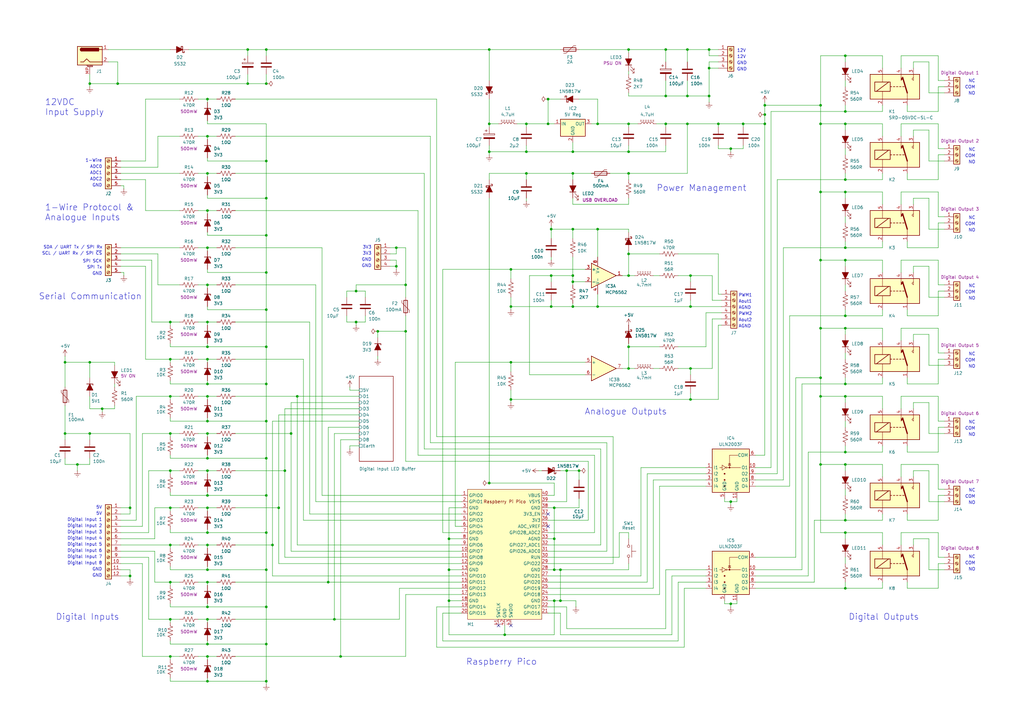
<source format=kicad_sch>
(kicad_sch (version 20231120) (generator "eeschema") (generator_version "8.0")
  (paper "A3")
  (title_block (title "Pico PLC") (date "2022-10-23"))
  (junction (at 346.71 50.8))
  (junction (at 245.11 93.98))
  (junction (at 257.81 151.13))
  (junction (at 209.55 110.49))
  (junction (at 227.33 246.38))
  (junction (at 346.71 129.54))
  (junction (at 36.83 148.59))
  (junction (at 283.21 151.13))
  (junction (at 257.81 142.24))
  (junction (at 257.81 20.32))
  (junction (at 232.41 193.04))
  (junction (at 121.92 162.56))
  (junction (at 101.6 34.29))
  (junction (at 109.22 127))
  (junction (at 336.55 162.56))
  (junction (at 257.81 104.14))
  (junction (at 281.94 20.32))
  (junction (at 215.9 71.12))
  (junction (at 336.55 50.8))
  (junction (at 41.91 167.64))
  (junction (at 290.83 39.37))
  (junction (at 224.79 40.64))
  (junction (at 245.11 125.73))
  (junction (at 154.94 135.89))
  (junction (at 281.94 50.8))
  (junction (at 146.05 132.08))
  (junction (at 162.56 109.22))
  (junction (at 85.09 86.36))
  (junction (at 85.09 238.76))
  (junction (at 146.05 119.38))
  (junction (at 109.22 233.68))
  (junction (at 69.85 223.52))
  (junction (at 36.83 34.29))
  (junction (at 85.09 132.08))
  (junction (at 109.22 81.28))
  (junction (at 224.79 50.8))
  (junction (at 346.71 45.72))
  (junction (at 85.09 162.56))
  (junction (at 69.85 238.76))
  (junction (at 346.71 185.42))
  (junction (at 48.26 34.29))
  (junction (at 227.33 220.98))
  (junction (at 290.83 27.94))
  (junction (at 234.95 115.57))
  (junction (at 227.33 208.28))
  (junction (at 85.09 172.72))
  (junction (at 209.55 163.83))
  (junction (at 101.6 20.32))
  (junction (at 85.09 203.2))
  (junction (at 336.55 134.62))
  (junction (at 109.22 203.2))
  (junction (at 234.95 125.73))
  (junction (at 215.9 50.8))
  (junction (at 346.71 190.5))
  (junction (at 346.71 134.62))
  (junction (at 85.09 71.12))
  (junction (at 85.09 55.88))
  (junction (at 215.9 62.23))
  (junction (at 200.66 20.32))
  (junction (at 283.21 125.73))
  (junction (at 69.85 269.24))
  (junction (at 109.22 264.16))
  (junction (at 109.22 248.92))
  (junction (at 85.09 208.28))
  (junction (at 257.81 113.03))
  (junction (at 226.06 125.73))
  (junction (at 346.71 106.68))
  (junction (at 85.09 187.96))
  (junction (at 346.71 241.3))
  (junction (at 184.15 233.68))
  (junction (at 184.15 246.38))
  (junction (at 26.67 177.8))
  (junction (at 109.22 172.72))
  (junction (at 346.71 22.86))
  (junction (at 346.71 101.6))
  (junction (at 134.62 238.76))
  (junction (at 209.55 125.73))
  (junction (at 273.05 50.8))
  (junction (at 53.34 236.22))
  (junction (at 166.37 135.89))
  (junction (at 313.69 43.18))
  (junction (at 281.94 39.37))
  (junction (at 109.22 34.29))
  (junction (at 85.09 279.4))
  (junction (at 109.22 279.4))
  (junction (at 257.81 71.12))
  (junction (at 85.09 193.04))
  (junction (at 85.09 218.44))
  (junction (at 346.71 213.36))
  (junction (at 109.22 20.32))
  (junction (at 209.55 148.59))
  (junction (at 109.22 157.48))
  (junction (at 336.55 106.68))
  (junction (at 234.95 113.03))
  (junction (at 245.11 50.8))
  (junction (at 69.85 193.04))
  (junction (at 313.69 46.99))
  (junction (at 257.81 50.8))
  (junction (at 257.81 62.23))
  (junction (at 85.09 254))
  (junction (at 109.22 142.24))
  (junction (at 227.33 233.68))
  (junction (at 139.7 269.24))
  (junction (at 234.95 93.98))
  (junction (at 234.95 71.12))
  (junction (at 85.09 177.8))
  (junction (at 237.49 193.04))
  (junction (at 184.15 220.98))
  (junction (at 85.09 116.84))
  (junction (at 69.85 208.28))
  (junction (at 234.95 62.23))
  (junction (at 207.01 260.35))
  (junction (at 200.66 198.12))
  (junction (at 336.55 43.18))
  (junction (at 294.64 50.8))
  (junction (at 53.34 208.28))
  (junction (at 336.55 78.74))
  (junction (at 346.71 162.56))
  (junction (at 69.85 254))
  (junction (at 229.87 233.68))
  (junction (at 299.72 60.96))
  (junction (at 36.83 177.8))
  (junction (at 166.37 116.84))
  (junction (at 304.8 50.8))
  (junction (at 283.21 163.83))
  (junction (at 85.09 264.16))
  (junction (at 290.83 20.32))
  (junction (at 313.69 50.8))
  (junction (at 85.09 157.48))
  (junction (at 85.09 142.24))
  (junction (at 336.55 154.94))
  (junction (at 69.85 177.8))
  (junction (at 116.84 193.04))
  (junction (at 69.85 162.56))
  (junction (at 346.71 73.66))
  (junction (at 85.09 101.6))
  (junction (at 226.06 113.03))
  (junction (at 109.22 187.96))
  (junction (at 229.87 246.38))
  (junction (at 226.06 93.98))
  (junction (at 299.72 247.65))
  (junction (at 336.55 190.5))
  (junction (at 69.85 147.32))
  (junction (at 119.38 177.8))
  (junction (at 283.21 113.03))
  (junction (at 69.85 132.08))
  (junction (at 31.75 190.5))
  (junction (at 109.22 96.52))
  (junction (at 346.71 218.44))
  (junction (at 200.66 62.23))
  (junction (at 299.72 205.74))
  (junction (at 111.76 223.52))
  (junction (at 346.71 157.48))
  (junction (at 85.09 223.52))
  (junction (at 162.56 101.6))
  (junction (at 85.09 269.24))
  (junction (at 273.05 39.37))
  (junction (at 85.09 40.64))
  (junction (at 85.09 147.32))
  (junction (at 85.09 233.68))
  (junction (at 109.22 111.76))
  (junction (at 114.3 208.28))
  (junction (at 137.16 254))
  (junction (at 109.22 66.04))
  (junction (at 85.09 248.92))
  (junction (at 273.05 20.32))
  (junction (at 200.66 50.8))
  (junction (at 109.22 218.44))
  (junction (at 346.71 78.74))
  (junction (at 26.67 148.59))
  (no_connect (at 209.55 256.54))
  (no_connect (at 224.79 215.9))
  (no_connect (at 224.79 210.82))
  (no_connect (at 204.47 256.54))
  (wire (pts (xy 294.64 50.8) (xy 294.64 52.07)))
  (wire (pts (xy 374.65 137.16) (xy 381 137.16)))
  (wire (pts (xy 184.15 220.98) (xy 184.15 208.28)))
  (wire (pts (xy 374.65 27.94) (xy 374.65 25.4)))
  (wire (pts (xy 166.37 101.6) (xy 166.37 116.84)))
  (wire (pts (xy 328.93 157.48) (xy 346.71 157.48)))
  (wire (pts (xy 372.11 213.36) (xy 384.81 213.36)))
  (wire (pts (xy 119.38 226.06) (xy 189.23 226.06)))
  (wire (pts (xy 273.05 233.68) (xy 273.05 257.81)))
  (wire (pts (xy 309.88 199.39) (xy 323.85 199.39)))
  (wire (pts (xy 336.55 22.86) (xy 346.71 22.86)))
  (wire (pts (xy 224.79 203.2) (xy 227.33 203.2)))
  (wire (pts (xy 77.47 20.32) (xy 101.6 20.32)))
  (wire (pts (xy 384.81 213.36) (xy 384.81 203.2)))
  (wire (pts (xy 242.57 50.8) (xy 245.11 50.8)))
  (wire (pts (xy 142.24 121.92) (xy 142.24 119.38)))
  (wire (pts (xy 384.81 22.86) (xy 384.81 33.02)))
  (wire (pts (xy 147.32 167.64) (xy 116.84 167.64)))
  (wire (pts (xy 26.67 190.5) (xy 26.67 187.96)))
  (wire (pts (xy 69.85 187.96) (xy 85.09 187.96)))
  (wire (pts (xy 283.21 151.13) (xy 283.21 153.67)))
  (wire (pts (xy 215.9 50.8) (xy 215.9 52.07)))
  (wire (pts (xy 295.91 123.19) (xy 292.1 123.19)))
  (wire (pts (xy 229.87 193.04) (xy 232.41 193.04)))
  (wire (pts (xy 384.81 35.56) (xy 387.35 35.56)))
  (wire (pts (xy 124.46 213.36) (xy 124.46 147.32)))
  (wire (pts (xy 273.05 59.69) (xy 273.05 62.23)))
  (wire (pts (xy 304.8 50.8) (xy 313.69 50.8)))
  (wire (pts (xy 262.89 191.77) (xy 289.56 191.77)))
  (wire (pts (xy 262.89 236.22) (xy 262.89 191.77)))
  (wire (pts (xy 85.09 238.76) (xy 81.28 238.76)))
  (wire (pts (xy 309.88 238.76) (xy 334.01 238.76)))
  (wire (pts (xy 361.95 213.36) (xy 346.71 213.36)))
  (wire (pts (xy 226.06 125.73) (xy 209.55 125.73)))
  (wire (pts (xy 69.85 218.44) (xy 85.09 218.44)))
  (wire (pts (xy 101.6 34.29) (xy 101.6 30.48)))
  (wire (pts (xy 275.59 236.22) (xy 289.56 236.22)))
  (wire (pts (xy 294.64 60.96) (xy 294.64 59.69)))
  (wire (pts (xy 85.09 80.01) (xy 85.09 81.28)))
  (wire (pts (xy 85.09 132.08) (xy 88.9 132.08)))
  (wire (pts (xy 299.72 205.74) (xy 299.72 207.01)))
  (wire (pts (xy 241.3 213.36) (xy 241.3 189.23)))
  (wire (pts (xy 381 121.92) (xy 387.35 121.92)))
  (wire (pts (xy 245.11 105.41) (xy 245.11 93.98)))
  (wire (pts (xy 361.95 134.62) (xy 361.95 139.7)))
  (wire (pts (xy 149.86 121.92) (xy 149.86 119.38)))
  (wire (pts (xy 41.91 167.64) (xy 41.91 168.91)))
  (wire (pts (xy 346.71 101.6) (xy 361.95 101.6)))
  (wire (pts (xy 381 81.28) (xy 381 93.98)))
  (wire (pts (xy 109.22 96.52) (xy 109.22 81.28)))
  (wire (pts (xy 281.94 33.02) (xy 281.94 39.37)))
  (wire (pts (xy 222.25 193.04) (xy 220.98 193.04)))
  (wire (pts (xy 326.39 228.6) (xy 326.39 154.94)))
  (wire (pts (xy 346.71 162.56) (xy 346.71 165.1)))
  (wire (pts (xy 69.85 255.27) (xy 69.85 254)))
  (wire (pts (xy 273.05 39.37) (xy 281.94 39.37)))
  (wire (pts (xy 270.51 199.39) (xy 289.56 199.39)))
  (wire (pts (xy 374.65 223.52) (xy 374.65 220.98)))
  (wire (pts (xy 257.81 142.24) (xy 257.81 151.13)))
  (wire (pts (xy 336.55 50.8) (xy 336.55 78.74)))
  (wire (pts (xy 200.66 50.8) (xy 204.47 50.8)))
  (wire (pts (xy 96.52 208.28) (xy 114.3 208.28)))
  (wire (pts (xy 96.52 269.24) (xy 139.7 269.24)))
  (wire (pts (xy 200.66 81.28) (xy 200.66 198.12)))
  (wire (pts (xy 53.34 236.22) (xy 53.34 237.49)))
  (wire (pts (xy 69.85 247.65) (xy 69.85 248.92)))
  (wire (pts (xy 143.51 158.75) (xy 143.51 160.02)))
  (wire (pts (xy 234.95 83.82) (xy 257.81 83.82)))
  (wire (pts (xy 109.22 264.16) (xy 109.22 248.92)))
  (wire (pts (xy 224.79 233.68) (xy 227.33 233.68)))
  (wire (pts (xy 384.81 50.8) (xy 384.81 60.96)))
  (wire (pts (xy 318.77 194.31) (xy 318.77 73.66)))
  (wire (pts (xy 63.5 220.98) (xy 63.5 208.28)))
  (wire (pts (xy 304.8 59.69) (xy 304.8 60.96)))
  (wire (pts (xy 109.22 111.76) (xy 109.22 96.52)))
  (wire (pts (xy 372.11 73.66) (xy 384.81 73.66)))
  (wire (pts (xy 309.88 194.31) (xy 318.77 194.31)))
  (wire (pts (xy 372.11 185.42) (xy 384.81 185.42)))
  (wire (pts (xy 186.69 148.59) (xy 186.69 215.9)))
  (wire (pts (xy 273.05 257.81) (xy 232.41 257.81)))
  (wire (pts (xy 281.94 50.8) (xy 294.64 50.8)))
  (wire (pts (xy 143.51 182.88) (xy 143.51 184.15)))
  (wire (pts (xy 334.01 238.76) (xy 334.01 213.36)))
  (wire (pts (xy 85.09 156.21) (xy 85.09 157.48)))
  (wire (pts (xy 384.81 116.84) (xy 387.35 116.84)))
  (wire (pts (xy 85.09 247.65) (xy 85.09 248.92)))
  (wire (pts (xy 184.15 233.68) (xy 189.23 233.68)))
  (wire (pts (xy 69.85 240.03) (xy 69.85 238.76)))
  (wire (pts (xy 85.09 177.8) (xy 88.9 177.8)))
  (wire (pts (xy 381 25.4) (xy 381 38.1)))
  (wire (pts (xy 146.05 116.84) (xy 146.05 119.38)))
  (wire (pts (xy 209.55 148.59) (xy 240.03 148.59)))
  (wire (pts (xy 257.81 50.8) (xy 261.62 50.8)))
  (wire (pts (xy 236.22 248.92) (xy 236.22 246.38)))
  (wire (pts (xy 257.81 83.82) (xy 257.81 81.28)))
  (wire (pts (xy 60.96 228.6) (xy 60.96 254)))
  (wire (pts (xy 273.05 20.32) (xy 273.05 25.4)))
  (wire (pts (xy 346.71 241.3) (xy 361.95 241.3)))
  (wire (pts (xy 44.45 20.32) (xy 69.85 20.32)))
  (wire (pts (xy 181.61 110.49) (xy 181.61 218.44)))
  (wire (pts (xy 290.83 22.86) (xy 294.64 22.86)))
  (wire (pts (xy 369.57 106.68) (xy 384.81 106.68)))
  (wire (pts (xy 85.09 187.96) (xy 109.22 187.96)))
  (wire (pts (xy 111.76 172.72) (xy 111.76 223.52)))
  (wire (pts (xy 85.09 86.36) (xy 88.9 86.36)))
  (wire (pts (xy 69.85 203.2) (xy 85.09 203.2)))
  (wire (pts (xy 69.85 254) (xy 73.66 254)))
  (wire (pts (xy 381 109.22) (xy 381 121.92)))
  (wire (pts (xy 346.71 99.06) (xy 346.71 101.6)))
  (wire (pts (xy 346.71 116.84) (xy 346.71 119.38)))
  (wire (pts (xy 227.33 246.38) (xy 229.87 246.38)))
  (wire (pts (xy 245.11 50.8) (xy 257.81 50.8)))
  (wire (pts (xy 372.11 241.3) (xy 384.81 241.3)))
  (wire (pts (xy 313.69 43.18) (xy 336.55 43.18)))
  (wire (pts (xy 273.05 50.8) (xy 273.05 52.07)))
  (wire (pts (xy 290.83 39.37) (xy 281.94 39.37)))
  (wire (pts (xy 146.05 116.84) (xy 166.37 116.84)))
  (wire (pts (xy 186.69 148.59) (xy 209.55 148.59)))
  (wire (pts (xy 336.55 50.8) (xy 346.71 50.8)))
  (wire (pts (xy 63.5 208.28) (xy 69.85 208.28)))
  (wire (pts (xy 361.95 73.66) (xy 346.71 73.66)))
  (wire (pts (xy 212.09 50.8) (xy 215.9 50.8)))
  (wire (pts (xy 246.38 223.52) (xy 246.38 184.15)))
  (wire (pts (xy 369.57 83.82) (xy 369.57 78.74)))
  (wire (pts (xy 384.81 33.02) (xy 387.35 33.02)))
  (wire (pts (xy 361.95 162.56) (xy 361.95 167.64)))
  (wire (pts (xy 346.71 106.68) (xy 346.71 109.22)))
  (wire (pts (xy 85.09 171.45) (xy 85.09 172.72)))
  (wire (pts (xy 26.67 177.8) (xy 36.83 177.8)))
  (wire (pts (xy 109.22 218.44) (xy 109.22 203.2)))
  (wire (pts (xy 109.22 20.32) (xy 109.22 22.86)))
  (wire (pts (xy 36.83 162.56) (xy 36.83 167.64)))
  (wire (pts (xy 290.83 20.32) (xy 294.64 20.32)))
  (wire (pts (xy 49.53 73.66) (xy 59.69 73.66)))
  (wire (pts (xy 224.79 220.98) (xy 227.33 220.98)))
  (wire (pts (xy 321.31 196.85) (xy 321.31 101.6)))
  (wire (pts (xy 200.66 50.8) (xy 200.66 52.07)))
  (wire (pts (xy 116.84 167.64) (xy 116.84 193.04)))
  (wire (pts (xy 69.85 162.56) (xy 73.66 162.56)))
  (wire (pts (xy 69.85 248.92) (xy 85.09 248.92)))
  (wire (pts (xy 251.46 179.07) (xy 179.07 179.07)))
  (wire (pts (xy 160.02 106.68) (xy 162.56 106.68)))
  (wire (pts (xy 381 149.86) (xy 387.35 149.86)))
  (wire (pts (xy 234.95 83.82) (xy 234.95 81.28)))
  (wire (pts (xy 361.95 210.82) (xy 361.95 213.36)))
  (wire (pts (xy 147.32 182.88) (xy 143.51 182.88)))
  (wire (pts (xy 336.55 106.68) (xy 346.71 106.68)))
  (wire (pts (xy 142.24 129.54) (xy 142.24 132.08)))
  (wire (pts (xy 302.26 247.65) (xy 299.72 247.65)))
  (wire (pts (xy 85.09 101.6) (xy 81.28 101.6)))
  (wire (pts (xy 114.3 170.18) (xy 114.3 208.28)))
  (wire (pts (xy 267.97 241.3) (xy 267.97 196.85)))
  (wire (pts (xy 321.31 101.6) (xy 346.71 101.6)))
  (wire (pts (xy 209.55 121.92) (xy 209.55 125.73)))
  (wire (pts (xy 234.95 125.73) (xy 226.06 125.73)))
  (wire (pts (xy 226.06 97.79) (xy 226.06 93.98)))
  (wire (pts (xy 227.33 246.38) (xy 227.33 260.35)))
  (wire (pts (xy 224.79 50.8) (xy 227.33 50.8)))
  (wire (pts (xy 85.09 157.48) (xy 109.22 157.48)))
  (wire (pts (xy 189.23 218.44) (xy 181.61 218.44)))
  (wire (pts (xy 116.84 228.6) (xy 189.23 228.6)))
  (wire (pts (xy 257.81 140.97) (xy 257.81 142.24)))
  (wire (pts (xy 146.05 132.08) (xy 149.86 132.08)))
  (wire (pts (xy 243.84 218.44) (xy 243.84 186.69)))
  (wire (pts (xy 267.97 151.13) (xy 270.51 151.13)))
  (wire (pts (xy 384.81 73.66) (xy 384.81 63.5)))
  (wire (pts (xy 85.09 132.08) (xy 81.28 132.08)))
  (wire (pts (xy 374.65 167.64) (xy 374.65 165.1)))
  (wire (pts (xy 384.81 63.5) (xy 387.35 63.5)))
  (wire (pts (xy 179.07 40.64) (xy 96.52 40.64)))
  (wire (pts (xy 96.52 238.76) (xy 134.62 238.76)))
  (wire (pts (xy 166.37 243.84) (xy 189.23 243.84)))
  (wire (pts (xy 69.85 142.24) (xy 85.09 142.24)))
  (wire (pts (xy 346.71 134.62) (xy 361.95 134.62)))
  (wire (pts (xy 224.79 231.14) (xy 251.46 231.14)))
  (wire (pts (xy 224.79 236.22) (xy 262.89 236.22)))
  (wire (pts (xy 372.11 71.12) (xy 372.11 73.66)))
  (wire (pts (xy 85.09 238.76) (xy 85.09 240.03)))
  (wire (pts (xy 36.83 34.29) (xy 48.26 34.29)))
  (wire (pts (xy 374.65 193.04) (xy 381 193.04)))
  (wire (pts (xy 96.52 116.84) (xy 129.54 116.84)))
  (wire (pts (xy 374.65 25.4) (xy 381 25.4)))
  (wire (pts (xy 96.52 132.08) (xy 127 132.08)))
  (wire (pts (xy 96.52 55.88) (xy 176.53 55.88)))
  (wire (pts (xy 85.09 193.04) (xy 81.28 193.04)))
  (wire (pts (xy 257.81 71.12) (xy 281.94 71.12)))
  (wire (pts (xy 162.56 109.22) (xy 162.56 110.49)))
  (wire (pts (xy 85.09 116.84) (xy 88.9 116.84)))
  (wire (pts (xy 361.95 218.44) (xy 361.95 223.52)))
  (wire (pts (xy 69.85 194.31) (xy 69.85 193.04)))
  (wire (pts (xy 229.87 260.35) (xy 275.59 260.35)))
  (wire (pts (xy 146.05 133.35) (xy 146.05 132.08)))
  (wire (pts (xy 215.9 59.69) (xy 215.9 62.23)))
  (wire (pts (xy 26.67 166.37) (xy 26.67 177.8)))
  (wire (pts (xy 179.07 40.64) (xy 179.07 179.07)))
  (wire (pts (xy 234.95 124.46) (xy 234.95 125.73)))
  (wire (pts (xy 166.37 129.54) (xy 166.37 135.89)))
  (wire (pts (xy 85.09 125.73) (xy 85.09 127)))
  (wire (pts (xy 372.11 45.72) (xy 384.81 45.72)))
  (wire (pts (xy 257.81 59.69) (xy 257.81 62.23)))
  (wire (pts (xy 384.81 88.9) (xy 387.35 88.9)))
  (wire (pts (xy 361.95 190.5) (xy 361.95 195.58)))
  (wire (pts (xy 255.27 113.03) (xy 257.81 113.03)))
  (wire (pts (xy 241.3 189.23) (xy 166.37 189.23)))
  (wire (pts (xy 59.69 86.36) (xy 73.66 86.36)))
  (wire (pts (xy 290.83 25.4) (xy 290.83 27.94)))
  (wire (pts (xy 121.92 223.52) (xy 189.23 223.52)))
  (wire (pts (xy 85.09 186.69) (xy 85.09 187.96)))
  (wire (pts (xy 234.95 125.73) (xy 245.11 125.73)))
  (wire (pts (xy 85.09 177.8) (xy 85.09 179.07)))
  (wire (pts (xy 59.69 73.66) (xy 59.69 86.36)))
  (wire (pts (xy 226.06 123.19) (xy 226.06 125.73)))
  (wire (pts (xy 346.71 50.8) (xy 346.71 53.34)))
  (wire (pts (xy 162.56 101.6) (xy 166.37 101.6)))
  (wire (pts (xy 49.53 236.22) (xy 53.34 236.22)))
  (wire (pts (xy 60.96 193.04) (xy 60.96 218.44)))
  (wire (pts (xy 109.22 66.04) (xy 109.22 81.28)))
  (wire (pts (xy 283.21 113.03) (xy 283.21 115.57)))
  (wire (pts (xy 200.66 20.32) (xy 229.87 20.32)))
  (wire (pts (xy 384.81 119.38) (xy 387.35 119.38)))
  (wire (pts (xy 237.49 196.85) (xy 237.49 193.04)))
  (wire (pts (xy 361.95 106.68) (xy 361.95 111.76)))
  (wire (pts (xy 171.45 86.36) (xy 96.52 86.36)))
  (wire (pts (xy 121.92 162.56) (xy 121.92 223.52)))
  (wire (pts (xy 49.53 68.58) (xy 64.77 68.58)))
  (wire (pts (xy 278.13 104.14) (xy 294.64 104.14)))
  (wire (pts (xy 269.24 50.8) (xy 273.05 50.8)))
  (wire (pts (xy 374.65 220.98) (xy 381 220.98)))
  (wire (pts (xy 184.15 220.98) (xy 189.23 220.98)))
  (wire (pts (xy 281.94 20.32) (xy 281.94 25.4)))
  (wire (pts (xy 96.52 254) (xy 137.16 254)))
  (wire (pts (xy 121.92 162.56) (xy 147.32 162.56)))
  (wire (pts (xy 309.88 186.69) (xy 313.69 186.69)))
  (wire (pts (xy 229.87 246.38) (xy 236.22 246.38)))
  (wire (pts (xy 184.15 233.68) (xy 184.15 220.98)))
  (wire (pts (xy 109.22 127) (xy 109.22 111.76)))
  (wire (pts (xy 154.94 135.89) (xy 166.37 135.89)))
  (wire (pts (xy 313.69 46.99) (xy 313.69 50.8)))
  (wire (pts (xy 69.85 223.52) (xy 73.66 223.52)))
  (wire (pts (xy 372.11 127) (xy 372.11 129.54)))
  (wire (pts (xy 31.75 190.5) (xy 36.83 190.5)))
  (wire (pts (xy 289.56 233.68) (xy 273.05 233.68)))
  (wire (pts (xy 226.06 113.03) (xy 234.95 113.03)))
  (wire (pts (xy 142.24 132.08) (xy 146.05 132.08)))
  (wire (pts (xy 50.8 111.76) (xy 50.8 113.03)))
  (wire (pts (xy 200.66 62.23) (xy 215.9 62.23)))
  (wire (pts (xy 109.22 50.8) (xy 85.09 50.8)))
  (wire (pts (xy 318.77 73.66) (xy 346.71 73.66)))
  (wire (pts (xy 64.77 55.88) (xy 73.66 55.88)))
  (wire (pts (xy 299.72 247.65) (xy 299.72 248.92)))
  (wire (pts (xy 234.95 58.42) (xy 234.95 62.23)))
  (wire (pts (xy 85.09 116.84) (xy 81.28 116.84)))
  (wire (pts (xy 179.07 248.92) (xy 189.23 248.92)))
  (wire (pts (xy 309.88 233.68) (xy 328.93 233.68)))
  (wire (pts (xy 250.19 71.12) (xy 257.81 71.12)))
  (wire (pts (xy 154.94 147.32) (xy 154.94 146.05)))
  (wire (pts (xy 46.99 167.64) (xy 41.91 167.64)))
  (wire (pts (xy 114.3 231.14) (xy 189.23 231.14)))
  (wire (pts (xy 69.85 278.13) (xy 69.85 279.4)))
  (wire (pts (xy 62.23 132.08) (xy 69.85 132.08)))
  (wire (pts (xy 49.53 109.22) (xy 59.69 109.22)))
  (wire (pts (xy 85.09 254) (xy 81.28 254)))
  (wire (pts (xy 85.09 162.56) (xy 88.9 162.56)))
  (wire (pts (xy 48.26 34.29) (xy 101.6 34.29)))
  (wire (pts (xy 381 205.74) (xy 387.35 205.74)))
  (wire (pts (xy 369.57 111.76) (xy 369.57 106.68)))
  (wire (pts (xy 374.65 83.82) (xy 374.65 81.28)))
  (wire (pts (xy 166.37 135.89) (xy 166.37 189.23)))
  (wire (pts (xy 346.71 78.74) (xy 346.71 81.28)))
  (wire (pts (xy 369.57 22.86) (xy 384.81 22.86)))
  (wire (pts (xy 381 165.1) (xy 381 177.8)))
  (wire (pts (xy 331.47 185.42) (xy 346.71 185.42)))
  (wire (pts (xy 270.51 243.84) (xy 270.51 199.39)))
  (wire (pts (xy 384.81 78.74) (xy 384.81 88.9)))
  (wire (pts (xy 119.38 177.8) (xy 119.38 226.06)))
  (wire (pts (xy 346.71 60.96) (xy 346.71 63.5)))
  (wire (pts (xy 49.53 231.14) (xy 58.42 231.14)))
  (wire (pts (xy 85.09 40.64) (xy 81.28 40.64)))
  (wire (pts (xy 85.09 71.12) (xy 88.9 71.12)))
  (wire (pts (xy 316.23 191.77) (xy 316.23 45.72)))
  (wire (pts (xy 290.83 27.94) (xy 290.83 39.37)))
  (wire (pts (xy 114.3 208.28) (xy 114.3 231.14)))
  (wire (pts (xy 384.81 60.96) (xy 387.35 60.96)))
  (wire (pts (xy 162.56 101.6) (xy 162.56 104.14)))
  (wire (pts (xy 26.67 148.59) (xy 36.83 148.59)))
  (wire (pts (xy 369.57 218.44) (xy 384.81 218.44)))
  (wire (pts (xy 64.77 104.14) (xy 64.77 116.84)))
  (wire (pts (xy 224.79 213.36) (xy 241.3 213.36)))
  (wire (pts (xy 85.09 147.32) (xy 85.09 148.59)))
  (wire (pts (xy 49.53 223.52) (xy 69.85 223.52)))
  (wire (pts (xy 85.09 201.93) (xy 85.09 203.2)))
  (wire (pts (xy 294.64 25.4) (xy 290.83 25.4)))
  (wire (pts (xy 109.22 66.04) (xy 109.22 50.8)))
  (wire (pts (xy 283.21 113.03) (xy 292.1 113.03)))
  (wire (pts (xy 302.26 246.38) (xy 302.26 247.65)))
  (wire (pts (xy 85.09 101.6) (xy 85.09 102.87)))
  (wire (pts (xy 346.71 228.6) (xy 346.71 231.14)))
  (wire (pts (xy 58.42 177.8) (xy 69.85 177.8)))
  (wire (pts (xy 69.85 217.17) (xy 69.85 218.44)))
  (wire (pts (xy 69.85 157.48) (xy 85.09 157.48)))
  (wire (pts (xy 69.85 133.35) (xy 69.85 132.08)))
  (wire (pts (xy 229.87 233.68) (xy 229.87 246.38)))
  (wire (pts (xy 273.05 62.23) (xy 257.81 62.23)))
  (wire (pts (xy 384.81 157.48) (xy 384.81 147.32)))
  (wire (pts (xy 137.16 254) (xy 163.83 254)))
  (wire (pts (xy 209.55 163.83) (xy 209.55 165.1)))
  (wire (pts (xy 69.85 269.24) (xy 73.66 269.24)))
  (wire (pts (xy 299.72 205.74) (xy 302.26 205.74)))
  (wire (pts (xy 69.85 270.51) (xy 69.85 269.24)))
  (wire (pts (xy 85.09 162.56) (xy 81.28 162.56)))
  (wire (pts (xy 381 66.04) (xy 387.35 66.04)))
  (wire (pts (xy 336.55 134.62) (xy 336.55 154.94)))
  (wire (pts (xy 227.33 198.12) (xy 200.66 198.12)))
  (wire (pts (xy 85.09 264.16) (xy 109.22 264.16)))
  (wire (pts (xy 257.81 104.14) (xy 257.81 113.03)))
  (wire (pts (xy 85.09 248.92) (xy 109.22 248.92)))
  (wire (pts (xy 163.83 241.3) (xy 189.23 241.3)))
  (wire (pts (xy 294.64 120.65) (xy 295.91 120.65)))
  (wire (pts (xy 361.95 129.54) (xy 361.95 127)))
  (wire (pts (xy 154.94 138.43) (xy 154.94 135.89)))
  (wire (pts (xy 224.79 246.38) (xy 227.33 246.38)))
  (wire (pts (xy 372.11 154.94) (xy 372.11 157.48)))
  (wire (pts (xy 69.85 171.45) (xy 69.85 172.72)))
  (wire (pts (xy 242.57 71.12) (xy 234.95 71.12)))
  (wire (pts (xy 295.91 130.81) (xy 292.1 130.81)))
  (wire (pts (xy 85.09 218.44) (xy 109.22 218.44)))
  (wire (pts (xy 384.81 185.42) (xy 384.81 175.26)))
  (wire (pts (xy 58.42 269.24) (xy 69.85 269.24)))
  (wire (pts (xy 147.32 175.26) (xy 134.62 175.26)))
  (wire (pts (xy 369.57 78.74) (xy 384.81 78.74)))
  (wire (pts (xy 336.55 43.18) (xy 336.55 50.8)))
  (wire (pts (xy 85.09 223.52) (xy 88.9 223.52)))
  (wire (pts (xy 237.49 193.04) (xy 232.41 193.04)))
  (wire (pts (xy 257.81 71.12) (xy 257.81 73.66)))
  (wire (pts (xy 69.85 209.55) (xy 69.85 208.28)))
  (wire (pts (xy 265.43 194.31) (xy 289.56 194.31)))
  (wire (pts (xy 346.71 185.42) (xy 361.95 185.42)))
  (wire (pts (xy 69.85 208.28) (xy 73.66 208.28)))
  (wire (pts (xy 209.55 110.49) (xy 209.55 114.3)))
  (wire (pts (xy 124.46 147.32) (xy 96.52 147.32)))
  (wire (pts (xy 336.55 190.5) (xy 336.55 218.44)))
  (wire (pts (xy 227.33 208.28) (xy 227.33 220.98)))
  (wire (pts (xy 224.79 238.76) (xy 265.43 238.76)))
  (wire (pts (xy 46.99 148.59) (xy 36.83 148.59)))
  (wire (pts (xy 129.54 116.84) (xy 129.54 205.74)))
  (wire (pts (xy 109.22 187.96) (xy 109.22 172.72)))
  (wire (pts (xy 200.66 40.64) (xy 200.66 50.8)))
  (wire (pts (xy 226.06 115.57) (xy 226.06 113.03)))
  (wire (pts (xy 49.53 210.82) (xy 53.34 210.82)))
  (wire (pts (xy 313.69 41.91) (xy 313.69 43.18)))
  (wire (pts (xy 85.09 254) (xy 85.09 255.27)))
  (wire (pts (xy 265.43 238.76) (xy 265.43 194.31)))
  (wire (pts (xy 336.55 134.62) (xy 346.71 134.62)))
  (wire (pts (xy 162.56 106.68) (xy 162.56 109.22)))
  (wire (pts (xy 69.85 156.21) (xy 69.85 157.48)))
  (wire (pts (xy 49.53 106.68) (xy 62.23 106.68)))
  (wire (pts (xy 85.09 147.32) (xy 88.9 147.32)))
  (wire (pts (xy 69.85 238.76) (xy 73.66 238.76)))
  (wire (pts (xy 224.79 40.64) (xy 224.79 50.8)))
  (wire (pts (xy 326.39 154.94) (xy 336.55 154.94)))
  (wire (pts (xy 384.81 129.54) (xy 384.81 119.38)))
  (wire (pts (xy 96.52 101.6) (xy 132.08 101.6)))
  (wire (pts (xy 85.09 111.76) (xy 85.09 110.49)))
  (wire (pts (xy 49.53 228.6) (xy 60.96 228.6)))
  (wire (pts (xy 384.81 231.14) (xy 387.35 231.14)))
  (wire (pts (xy 85.09 238.76) (xy 88.9 238.76)))
  (wire (pts (xy 147.32 172.72) (xy 111.76 172.72)))
  (wire (pts (xy 85.09 162.56) (xy 85.09 163.83)))
  (wire (pts (xy 372.11 182.88) (xy 372.11 185.42)))
  (wire (pts (xy 384.81 45.72) (xy 384.81 35.56)))
  (wire (pts (xy 85.09 127) (xy 109.22 127)))
  (wire (pts (xy 316.23 45.72) (xy 346.71 45.72)))
  (wire (pts (xy 109.22 127) (xy 109.22 142.24)))
  (wire (pts (xy 227.33 208.28) (xy 237.49 208.28)))
  (wire (pts (xy 85.09 132.08) (xy 85.09 133.35)))
  (wire (pts (xy 49.53 215.9) (xy 58.42 215.9)))
  (wire (pts (xy 283.21 123.19) (xy 283.21 125.73)))
  (wire (pts (xy 179.07 265.43) (xy 179.07 248.92)))
  (wire (pts (xy 381 38.1) (xy 387.35 38.1)))
  (wire (pts (xy 254 228.6) (xy 254 218.44)))
  (wire (pts (xy 251.46 231.14) (xy 251.46 179.07)))
  (wire (pts (xy 292.1 123.19) (xy 292.1 113.03)))
  (wire (pts (xy 69.85 147.32) (xy 73.66 147.32)))
  (wire (pts (xy 189.23 213.36) (xy 124.46 213.36)))
  (wire (pts (xy 46.99 157.48) (xy 46.99 158.75)))
  (wire (pts (xy 369.57 223.52) (xy 369.57 218.44)))
  (wire (pts (xy 85.09 101.6) (xy 88.9 101.6)))
  (wire (pts (xy 46.99 166.37) (xy 46.99 167.64)))
  (wire (pts (xy 49.53 66.04) (xy 59.69 66.04)))
  (wire (pts (xy 299.72 247.65) (xy 297.18 247.65)))
  (wire (pts (xy 257.81 29.21) (xy 257.81 30.48)))
  (wire (pts (xy 85.09 66.04) (xy 109.22 66.04)))
  (wire (pts (xy 309.88 228.6) (xy 326.39 228.6)))
  (wire (pts (xy 200.66 71.12) (xy 200.66 73.66)))
  (wire (pts (xy 273.05 50.8) (xy 281.94 50.8)))
  (wire (pts (xy 26.67 177.8) (xy 26.67 180.34)))
  (wire (pts (xy 96.52 177.8) (xy 119.38 177.8)))
  (wire (pts (xy 328.93 233.68) (xy 328.93 157.48)))
  (wire (pts (xy 346.71 210.82) (xy 346.71 213.36)))
  (wire (pts (xy 313.69 186.69) (xy 313.69 50.8)))
  (wire (pts (xy 59.69 109.22) (xy 59.69 147.32)))
  (wire (pts (xy 283.21 151.13) (xy 292.1 151.13)))
  (wire (pts (xy 59.69 40.64) (xy 73.66 40.64)))
  (wire (pts (xy 369.57 162.56) (xy 384.81 162.56)))
  (wire (pts (xy 85.09 96.52) (xy 109.22 96.52)))
  (wire (pts (xy 299.72 60.96) (xy 299.72 62.23)))
  (wire (pts (xy 278.13 113.03) (xy 283.21 113.03)))
  (wire (pts (xy 49.53 71.12) (xy 73.66 71.12)))
  (wire (pts (xy 336.55 154.94) (xy 336.55 162.56)))
  (wire (pts (xy 224.79 208.28) (xy 227.33 208.28)))
  (wire (pts (xy 361.95 185.42) (xy 361.95 182.88)))
  (wire (pts (xy 96.52 193.04) (xy 116.84 193.04)))
  (wire (pts (xy 372.11 238.76) (xy 372.11 241.3)))
  (wire (pts (xy 369.57 195.58) (xy 369.57 190.5)))
  (wire (pts (xy 267.97 113.03) (xy 270.51 113.03)))
  (wire (pts (xy 374.65 195.58) (xy 374.65 193.04)))
  (wire (pts (xy 85.09 208.28) (xy 85.09 209.55)))
  (wire (pts (xy 374.65 139.7) (xy 374.65 137.16)))
  (wire (pts (xy 299.72 60.96) (xy 304.8 60.96)))
  (wire (pts (xy 85.09 55.88) (xy 85.09 57.15)))
  (wire (pts (xy 289.56 238.76) (xy 278.13 238.76)))
  (wire (pts (xy 369.57 134.62) (xy 384.81 134.62)))
  (wire (pts (xy 309.88 241.3) (xy 346.71 241.3)))
  (wire (pts (xy 101.6 20.32) (xy 101.6 22.86)))
  (wire (pts (xy 224.79 226.06) (xy 248.92 226.06)))
  (wire (pts (xy 85.09 217.17) (xy 85.09 218.44)))
  (wire (pts (xy 49.53 226.06) (xy 63.5 226.06)))
  (wire (pts (xy 224.79 228.6) (xy 254 228.6)))
  (wire (pts (xy 227.33 203.2) (xy 227.33 198.12)))
  (wire (pts (xy 372.11 157.48) (xy 384.81 157.48)))
  (wire (pts (xy 384.81 134.62) (xy 384.81 144.78)))
  (wire (pts (xy 384.81 91.44) (xy 387.35 91.44)))
  (wire (pts (xy 53.34 233.68) (xy 53.34 236.22)))
  (wire (pts (xy 85.09 177.8) (xy 81.28 177.8)))
  (wire (pts (xy 232.41 248.92) (xy 224.79 248.92)))
  (wire (pts (xy 184.15 208.28) (xy 189.23 208.28)))
  (wire (pts (xy 101.6 34.29) (xy 109.22 34.29)))
  (wire (pts (xy 290.83 39.37) (xy 290.83 41.91)))
  (wire (pts (xy 36.83 34.29) (xy 36.83 30.48)))
  (wire (pts (xy 270.51 142.24) (xy 257.81 142.24)))
  (wire (pts (xy 160.02 104.14) (xy 162.56 104.14)))
  (wire (pts (xy 234.95 62.23) (xy 257.81 62.23)))
  (wire (pts (xy 346.71 218.44) (xy 361.95 218.44)))
  (wire (pts (xy 181.61 110.49) (xy 209.55 110.49)))
  (wire (pts (xy 85.09 233.68) (xy 109.22 233.68)))
  (wire (pts (xy 245.11 40.64) (xy 245.11 50.8)))
  (wire (pts (xy 50.8 76.2) (xy 50.8 77.47)))
  (wire (pts (xy 215.9 81.28) (xy 215.9 82.55)))
  (wire (pts (xy 346.71 193.04) (xy 346.71 190.5)))
  (wire (pts (xy 227.33 220.98) (xy 227.33 233.68)))
  (wire (pts (xy 229.87 40.64) (xy 224.79 40.64)))
  (wire (pts (xy 372.11 210.82) (xy 372.11 213.36)))
  (wire (pts (xy 384.81 228.6) (xy 387.35 228.6)))
  (wire (pts (xy 85.09 147.32) (xy 81.28 147.32)))
  (wire (pts (xy 384.81 147.32) (xy 387.35 147.32)))
  (wire (pts (xy 111.76 236.22) (xy 189.23 236.22)))
  (wire (pts (xy 181.61 251.46) (xy 181.61 262.89)))
  (wire (pts (xy 36.83 34.29) (xy 36.83 35.56)))
  (wire (pts (xy 229.87 233.68) (xy 257.81 233.68)))
  (wire (pts (xy 59.69 66.04) (xy 59.69 40.64)))
  (wire (pts (xy 281.94 71.12) (xy 281.94 50.8)))
  (wire (pts (xy 26.67 148.59) (xy 26.67 158.75)))
  (wire (pts (xy 147.32 177.8) (xy 137.16 177.8)))
  (wire (pts (xy 162.56 109.22) (xy 160.02 109.22)))
  (wire (pts (xy 294.64 50.8) (xy 304.8 50.8)))
  (wire (pts (xy 49.53 208.28) (xy 53.34 208.28)))
  (wire (pts (xy 85.09 262.89) (xy 85.09 264.16)))
  (wire (pts (xy 237.49 40.64) (xy 245.11 40.64)))
  (wire (pts (xy 85.09 223.52) (xy 85.09 224.79)))
  (wire (pts (xy 294.64 104.14) (xy 294.64 120.65)))
  (wire (pts (xy 226.06 106.68) (xy 226.06 105.41)))
  (wire (pts (xy 85.09 193.04) (xy 85.09 194.31)))
  (wire (pts (xy 69.85 201.93) (xy 69.85 203.2)))
  (wire (pts (xy 217.17 153.67) (xy 240.03 153.67)))
  (wire (pts (xy 372.11 101.6) (xy 384.81 101.6)))
  (wire (pts (xy 224.79 243.84) (xy 270.51 243.84)))
  (wire (pts (xy 283.21 125.73) (xy 295.91 125.73)))
  (wire (pts (xy 346.71 88.9) (xy 346.71 91.44)))
  (wire (pts (xy 384.81 144.78) (xy 387.35 144.78)))
  (wire (pts (xy 346.71 157.48) (xy 361.95 157.48)))
  (wire (pts (xy 297.18 205.74) (xy 299.72 205.74)))
  (wire (pts (xy 36.83 167.64) (xy 41.91 167.64)))
  (wire (pts (xy 127 210.82) (xy 189.23 210.82)))
  (wire (pts (xy 294.64 133.35) (xy 295.91 133.35)))
  (wire (pts (xy 234.95 115.57) (xy 240.03 115.57)))
  (wire (pts (xy 85.09 71.12) (xy 81.28 71.12)))
  (wire (pts (xy 361.95 73.66) (xy 361.95 71.12)))
  (wire (pts (xy 384.81 172.72) (xy 387.35 172.72)))
  (wire (pts (xy 173.99 71.12) (xy 173.99 184.15)))
  (wire (pts (xy 323.85 129.54) (xy 346.71 129.54)))
  (wire (pts (xy 85.09 269.24) (xy 85.09 270.51)))
  (wire (pts (xy 281.94 20.32) (xy 290.83 20.32)))
  (wire (pts (xy 49.53 220.98) (xy 63.5 220.98)))
  (wire (pts (xy 85.09 254) (xy 88.9 254)))
  (wire (pts (xy 50.8 111.76) (xy 49.53 111.76)))
  (wire (pts (xy 226.06 93.98) (xy 234.95 93.98)))
  (wire (pts (xy 234.95 113.03) (xy 234.95 115.57)))
  (wire (pts (xy 234.95 97.79) (xy 234.95 93.98)))
  (wire (pts (xy 85.09 278.13) (xy 85.09 279.4)))
  (wire (pts (xy 374.65 55.88) (xy 374.65 53.34)))
  (wire (pts (xy 147.32 170.18) (xy 114.3 170.18)))
  (wire (pts (xy 361.95 45.72) (xy 361.95 43.18)))
  (wire (pts (xy 215.9 62.23) (xy 234.95 62.23)))
  (wire (pts (xy 336.55 106.68) (xy 336.55 134.62)))
  (wire (pts (xy 297.18 247.65) (xy 297.18 246.38)))
  (wire (pts (xy 280.67 241.3) (xy 289.56 241.3)))
  (wire (pts (xy 224.79 241.3) (xy 267.97 241.3)))
  (wire (pts (xy 209.55 148.59) (xy 209.55 152.4)))
  (wire (pts (xy 69.85 132.08) (xy 73.66 132.08)))
  (wire (pts (xy 381 137.16) (xy 381 149.86)))
  (wire (pts (xy 69.85 163.83) (xy 69.85 162.56)))
  (wire (pts (xy 346.71 154.94) (xy 346.71 157.48)))
  (wire (pts (xy 234.95 93.98) (xy 245.11 93.98)))
  (wire (pts (xy 227.33 260.35) (xy 207.01 260.35)))
  (wire (pts (xy 346.71 200.66) (xy 346.71 203.2)))
  (wire (pts (xy 49.53 218.44) (xy 60.96 218.44)))
  (wire (pts (xy 36.83 187.96) (xy 36.83 190.5)))
  (wire (pts (xy 384.81 200.66) (xy 387.35 200.66)))
  (wire (pts (xy 260.35 151.13) (xy 257.81 151.13)))
  (wire (pts (xy 85.09 86.36) (xy 81.28 86.36)))
  (wire (pts (xy 119.38 165.1) (xy 119.38 177.8)))
  (wire (pts (xy 109.22 279.4) (xy 109.22 264.16)))
  (wire (pts (xy 227.33 233.68) (xy 229.87 233.68)))
  (wire (pts (xy 31.75 190.5) (xy 26.67 190.5)))
  (wire (pts (xy 384.81 101.6) (xy 384.81 91.44)))
  (wire (pts (xy 85.09 203.2) (xy 109.22 203.2)))
  (wire (pts (xy 46.99 149.86) (xy 46.99 148.59)))
  (wire (pts (xy 381 220.98) (xy 381 233.68)))
  (wire (pts (xy 209.55 110.49) (xy 240.03 110.49)))
  (wire (pts (xy 215.9 71.12) (xy 215.9 73.66)))
  (wire (pts (xy 85.09 232.41) (xy 85.09 233.68)))
  (wire (pts (xy 53.34 177.8) (xy 36.83 177.8)))
  (wire (pts (xy 49.53 213.36) (xy 55.88 213.36)))
  (wire (pts (xy 234.95 105.41) (xy 234.95 113.03)))
  (wire (pts (xy 229.87 260.35) (xy 229.87 251.46)))
  (wire (pts (xy 85.09 140.97) (xy 85.09 142.24)))
  (wire (pts (xy 374.65 109.22) (xy 381 109.22)))
  (wire (pts (xy 245.11 120.65) (xy 245.11 125.73)))
  (wire (pts (xy 273.05 39.37) (xy 273.05 33.02)))
  (wire (pts (xy 217.17 153.67) (xy 217.17 113.03)))
  (wire (pts (xy 346.71 218.44) (xy 346.71 220.98)))
  (wire (pts (xy 248.92 226.06) (xy 248.92 181.61)))
  (wire (pts (xy 147.32 165.1) (xy 119.38 165.1)))
  (wire (pts (xy 200.66 62.23) (xy 200.66 63.5)))
  (wire (pts (xy 346.71 190.5) (xy 361.95 190.5)))
  (wire (pts (xy 109.22 30.48) (xy 109.22 34.29)))
  (wire (pts (xy 224.79 205.74) (xy 232.41 205.74)))
  (wire (pts (xy 257.81 20.32) (xy 273.05 20.32)))
  (wire (pts (xy 62.23 106.68) (xy 62.23 132.08)))
  (wire (pts (xy 55.88 213.36) (xy 55.88 162.56)))
  (wire (pts (xy 69.85 140.97) (xy 69.85 142.24)))
  (wire (pts (xy 69.85 177.8) (xy 73.66 177.8)))
  (wire (pts (xy 171.45 186.69) (xy 243.84 186.69)))
  (wire (pts (xy 369.57 50.8) (xy 384.81 50.8)))
  (wire (pts (xy 200.66 59.69) (xy 200.66 62.23)))
  (wire (pts (xy 176.53 181.61) (xy 176.53 55.88)))
  (wire (pts (xy 69.85 193.04) (xy 73.66 193.04)))
  (wire (pts (xy 85.09 86.36) (xy 85.09 87.63)))
  (wire (pts (xy 257.81 104.14) (xy 270.51 104.14)))
  (wire (pts (xy 85.09 116.84) (xy 85.09 118.11)))
  (wire (pts (xy 85.09 55.88) (xy 81.28 55.88)))
  (wire (pts (xy 374.65 81.28) (xy 381 81.28)))
  (wire (pts (xy 224.79 218.44) (xy 243.84 218.44)))
  (wire (pts (xy 372.11 99.06) (xy 372.11 101.6)))
  (wire (pts (xy 69.85 148.59) (xy 69.85 147.32)))
  (wire (pts (xy 346.71 78.74) (xy 361.95 78.74)))
  (wire (pts (xy 292.1 130.81) (xy 292.1 151.13)))
  (wire (pts (xy 69.85 264.16) (xy 85.09 264.16)))
  (wire (pts (xy 101.6 20.32) (xy 109.22 20.32)))
  (wire (pts (xy 111.76 223.52) (xy 111.76 236.22)))
  (wire (pts (xy 232.41 205.74) (xy 232.41 193.04)))
  (wire (pts (xy 257.81 38.1) (xy 257.81 39.37)))
  (wire (pts (xy 48.26 34.29) (xy 48.26 25.4)))
  (wire (pts (xy 290.83 20.32) (xy 290.83 22.86)))
  (wire (pts (xy 374.65 111.76) (xy 374.65 109.22)))
  (wire (pts (xy 234.95 71.12) (xy 234.95 73.66)))
  (wire (pts (xy 384.81 190.5) (xy 384.81 200.66)))
  (wire (pts (xy 275.59 260.35) (xy 275.59 236.22)))
  (wire (pts (xy 69.85 172.72) (xy 85.09 172.72)))
  (wire (pts (xy 280.67 265.43) (xy 280.67 241.3)))
  (wire (pts (xy 184.15 246.38) (xy 189.23 246.38)))
  (wire (pts (xy 166.37 269.24) (xy 166.37 243.84)))
  (wire (pts (xy 53.34 208.28) (xy 53.34 210.82)))
  (wire (pts (xy 85.09 208.28) (xy 88.9 208.28)))
  (wire (pts (xy 36.83 177.8) (xy 36.83 180.34)))
  (wire (pts (xy 142.24 119.38) (xy 146.05 119.38)))
  (wire (pts (xy 36.83 154.94) (xy 36.83 148.59)))
  (wire (pts (xy 85.09 50.8) (xy 85.09 49.53)))
  (wire (pts (xy 289.56 142.24) (xy 289.56 128.27)))
  (wire (pts (xy 346.71 25.4) (xy 346.71 22.86)))
  (wire (pts (xy 361.95 101.6) (xy 361.95 99.06)))
  (wire (pts (xy 294.64 163.83) (xy 294.64 133.35)))
  (wire (pts (xy 58.42 215.9) (xy 58.42 177.8)))
  (wire (pts (xy 257.81 52.07) (xy 257.81 50.8)))
  (wire (pts (xy 309.88 191.77) (xy 316.23 191.77)))
  (wire (pts (xy 245.11 125.73) (xy 283.21 125.73)))
  (wire (pts (xy 179.07 265.43) (xy 280.67 265.43)))
  (wire (pts (xy 336.55 78.74) (xy 346.71 78.74)))
  (wire (pts (xy 237.49 20.32) (xy 257.81 20.32)))
  (wire (pts (xy 278.13 262.89) (xy 181.61 262.89)))
  (wire (pts (xy 85.09 223.52) (xy 81.28 223.52)))
  (wire (pts (xy 116.84 193.04) (xy 116.84 228.6)))
  (wire (pts (xy 336.55 162.56) (xy 346.71 162.56)))
  (wire (pts (xy 132.08 203.2) (xy 189.23 203.2)))
  (wire (pts (xy 346.71 22.86) (xy 361.95 22.86)))
  (wire (pts (xy 58.42 231.14) (xy 58.42 269.24)))
  (wire (pts (xy 384.81 162.56) (xy 384.81 172.72)))
  (wire (pts (xy 139.7 269.24) (xy 166.37 269.24)))
  (wire (pts (xy 146.05 119.38) (xy 149.86 119.38)))
  (wire (pts (xy 49.53 233.68) (xy 53.34 233.68)))
  (wire (pts (xy 369.57 27.94) (xy 369.57 22.86)))
  (wire (pts (xy 96.52 162.56) (xy 121.92 162.56)))
  (wire (pts (xy 229.87 251.46) (xy 224.79 251.46)))
  (wire (pts (xy 85.09 269.24) (xy 88.9 269.24)))
  (wire (pts (xy 384.81 241.3) (xy 384.81 231.14)))
  (wire (pts (xy 283.21 161.29) (xy 283.21 163.83)))
  (wire (pts (xy 381 93.98) (xy 387.35 93.98)))
  (wire (pts (xy 224.79 223.52) (xy 246.38 223.52)))
  (wire (pts (xy 237.49 204.47) (xy 237.49 208.28)))
  (wire (pts (xy 85.09 81.28) (xy 109.22 81.28)))
  (wire (pts (xy 85.09 40.64) (xy 85.09 41.91)))
  (wire (pts (xy 64.77 68.58) (xy 64.77 55.88)))
  (wire (pts (xy 60.96 254) (xy 69.85 254)))
  (wire (pts (xy 85.09 279.4) (xy 109.22 279.4)))
  (wire (pts (xy 374.65 165.1) (xy 381 165.1)))
  (wire (pts (xy 304.8 50.8) (xy 304.8 52.07)))
  (wire (pts (xy 49.53 101.6) (xy 73.66 101.6)))
  (wire (pts (xy 69.85 224.79) (xy 69.85 223.52)))
  (wire (pts (xy 31.75 190.5) (xy 31.75 193.04)))
  (wire (pts (xy 384.81 175.26) (xy 387.35 175.26)))
  (wire (pts (xy 331.47 236.22) (xy 331.47 185.42)))
  (wire (pts (xy 85.09 40.64) (xy 88.9 40.64)))
  (wire (pts (xy 109.22 157.48) (xy 109.22 142.24)))
  (wire (pts (xy 283.21 163.83) (xy 294.64 163.83)))
  (wire (pts (xy 257.81 218.44) (xy 257.81 220.98)))
  (wire (pts (xy 361.95 157.48) (xy 361.95 154.94)))
  (wire (pts (xy 313.69 43.18) (xy 313.69 46.99)))
  (wire (pts (xy 346.71 162.56) (xy 361.95 162.56)))
  (wire (pts (xy 217.17 113.03) (xy 226.06 113.03)))
  (wire (pts (xy 369.57 167.64) (xy 369.57 162.56)))
  (wire (pts (xy 209.55 125.73) (xy 209.55 127)))
  (wire (pts (xy 69.85 179.07) (xy 69.85 177.8)))
  (wire (pts (xy 384.81 218.44) (xy 384.81 228.6)))
  (wire (pts (xy 361.95 50.8) (xy 361.95 55.88)))
  (wire (pts (xy 346.71 71.12) (xy 346.71 73.66)))
  (wire (pts (xy 139.7 180.34) (xy 139.7 269.24)))
  (wire (pts (xy 149.86 132.08) (xy 149.86 129.54)))
  (wire (pts (xy 85.09 95.25) (xy 85.09 96.52)))
  (wire (pts (xy 171.45 86.36) (xy 171.45 186.69)))
  (wire (pts (xy 69.85 279.4) (xy 85.09 279.4)))
  (wire (pts (xy 200.66 20.32) (xy 200.66 33.02)))
  (wire (pts (xy 384.81 106.68) (xy 384.81 116.84)))
  (wire (pts (xy 85.09 193.04) (xy 88.9 193.04)))
  (wire (pts (xy 369.57 139.7) (xy 369.57 134.62)))
  (wire (pts (xy 346.71 172.72) (xy 346.71 175.26)))
  (wire (pts (xy 85.09 55.88) (xy 88.9 55.88)))
  (wire (pts (xy 200.66 71.12) (xy 215.9 71.12)))
  (wire (pts (xy 297.18 205.74) (xy 297.18 204.47)))
  (wire (pts (xy 336.55 78.74) (xy 336.55 106.68)))
  (wire (pts (xy 361.95 238.76) (xy 361.95 241.3)))
  (wire (pts (xy 127 132.08) (xy 127 210.82)))
  (wire (pts (xy 309.88 196.85) (xy 321.31 196.85)))
  (wire (pts (xy 255.27 151.13) (xy 257.81 151.13)))
  (wire (pts (xy 346.71 218.44) (xy 336.55 218.44)))
  (wire (pts (xy 160.02 101.6) (xy 162.56 101.6)))
  (wire (pts (xy 290.83 27.94) (xy 294.64 27.94)))
  (wire (pts (xy 336.55 190.5) (xy 336.55 162.56)))
  (wire (pts (xy 209.55 160.02) (xy 209.55 163.83)))
  (wire (pts (xy 189.23 251.46) (xy 181.61 251.46)))
  (wire (pts (xy 309.88 236.22) (xy 331.47 236.22)))
  (wire (pts (xy 26.67 146.05) (xy 26.67 148.59)))
  (wire (pts (xy 374.65 53.34) (xy 381 53.34)))
  (wire (pts (xy 267.97 196.85) (xy 289.56 196.85)))
  (wire (pts (xy 257.81 231.14) (xy 257.81 233.68)))
  (wire (pts (xy 361.95 78.74) (xy 361.95 83.82)))
  (wire (pts (xy 246.38 184.15) (xy 173.99 184.15)))
  (wire (pts (xy 346.71 127) (xy 346.71 129.54)))
  (wire (pts (xy 109.22 172.72) (xy 109.22 157.48)))
  (wire (pts (xy 85.09 64.77) (xy 85.09 66.04)))
  (wire (pts (xy 184.15 260.35) (xy 207.01 260.35)))
  (wire (pts (xy 184.15 246.38) (xy 184.15 233.68)))
  (wire (pts (xy 85.09 172.72) (xy 109.22 172.72)))
  (wire (pts (xy 273.05 20.32) (xy 281.94 20.32)))
  (wire (pts (xy 234.95 115.57) (xy 234.95 116.84)))
  (wire (pts (xy 346.71 134.62) (xy 346.71 137.16)))
  (wire (pts (xy 147.32 180.34) (xy 139.7 180.34)))
  (wire (pts (xy 53.34 177.8) (xy 53.34 208.28)))
  (wire (pts (xy 346.71 238.76) (xy 346.71 241.3)))
  (wire (pts (xy 323.85 199.39) (xy 323.85 129.54)))
  (wire (pts (xy 278.13 238.76) (xy 278.13 262.89)))
  (wire (pts (xy 226.06 92.71) (xy 226.06 93.98)))
  (wire (pts (xy 189.23 205.74) (xy 129.54 205.74)))
  (wire (pts (xy 166.37 116.84) (xy 166.37 121.92)))
  (wire (pts (xy 248.92 181.61) (xy 176.53 181.61)))
  (wire (pts (xy 336.55 22.86) (xy 336.55 43.18)))
  (wire (pts (xy 143.51 160.02) (xy 147.32 160.02)))
  (wire (pts (xy 215.9 50.8) (xy 224.79 50.8)))
  (wire (pts (xy 257.81 95.25) (xy 257.81 93.98)))
  (wire (pts (xy 49.53 76.2) (xy 50.8 76.2)))
  (wire (pts (xy 369.57 190.5) (xy 384.81 190.5)))
  (wire (pts (xy 302.26 204.47) (xy 302.26 205.74)))
  (wire (pts (xy 372.11 43.18) (xy 372.11 45.72)))
  (wire (pts (xy 381 53.34) (xy 381 66.04)))
  (wire (pts (xy 257.81 39.37) (xy 273.05 39.37)))
  (wire (pts (xy 109.22 111.76) (xy 85.09 111.76)))
  (wire (pts (xy 109.22 233.68) (xy 109.22 218.44)))
  (wire (pts (xy 245.11 93.98) (xy 257.81 93.98)))
  (wire (pts (xy 186.69 215.9) (xy 189.23 215.9)))
  (wire (pts (xy 278.13 142.24) (xy 289.56 142.24)))
  (wire (pts (xy 381 233.68) (xy 387.35 233.68)))
  (wire (pts (xy 346.71 106.68) (xy 361.95 106.68)))
  (wire (pts (xy 254 218.44) (xy 257.81 218.44)))
  (wire (pts (xy 63.5 238.76) (xy 69.85 238.76)))
  (wire (pts (xy 85.09 142.24) (xy 109.22 142.24)))
  (wire (pts (xy 260.35 113.03) (xy 257.81 113.03)))
  (wire (pts (xy 48.26 25.4) (xy 44.45 25.4)))
  (wire (pts (xy 96.52 223.52) (xy 111.76 223.52)))
  (wire (pts (xy 369.57 55.88) (xy 369.57 50.8)))
  (wire (pts (xy 63.5 226.06) (xy 63.5 238.76)))
  (wire (pts (xy 294.64 60.96) (xy 299.72 60.96)))
  (wire (pts (xy 381 177.8) (xy 387.35 177.8)))
  (wire (pts (xy 257.81 20.32) (xy 257.81 21.59)))
  (wire (pts (xy 55.88 162.56) (xy 69.85 162.56)))
  (wire (pts (xy 85.09 269.24) (xy 81.28 269.24)))
  (wire (pts (xy 346.71 129.54) (xy 361.95 129.54)))
  (wire (pts (xy 334.01 213.36) (xy 346.71 213.36)))
  (wire (pts (xy 69.85 232.41) (xy 69.85 233.68)))
  (wire (pts (xy 69.85 262.89) (xy 69.85 264.16)))
  (wire (pts (xy 346.71 45.72) (xy 361.95 45.72)))
  (wire (pts (xy 85.09 208.28) (xy 81.28 208.28)))
  (wire (pts (xy 134.62 175.26) (xy 134.62 238.76)))
  (wire (pts (xy 69.85 233.68) (xy 85.09 233.68)))
  (wire (pts (xy 361.95 22.86) (xy 361.95 27.94)))
  (wire (pts (xy 346.71 43.18) (xy 346.71 45.72)))
  (wire (pts (xy 346.71 33.02) (xy 346.71 35.56)))
  (wire (pts (xy 346.71 50.8) (xy 361.95 50.8)))
  (wire (pts (xy 346.71 144.78) (xy 346.71 147.32)))
  (wire (pts (xy 134.62 238.76) (xy 189.23 238.76)))
  (wire (pts (xy 137.16 177.8) (xy 137.16 254)))
  (wire (pts (xy 207.01 256.54) (xy 207.01 260.35)))
  (wire (pts (xy 109.22 203.2) (xy 109.22 187.96)))
  (wire (pts (xy 60.96 193.04) (xy 69.85 193.04)))
  (wire (pts (xy 384.81 203.2) (xy 387.35 203.2)))
  (wire (pts (xy 109.22 279.4) (xy 109.22 280.67)))
  (wire (pts (xy 49.53 104.14) (xy 64.77 104.14)))
  (wire (pts (xy 109.22 248.92) (xy 109.22 233.68)))
  (wire (pts (xy 289.56 128.27) (xy 295.91 128.27)))
  (wire (pts (xy 209.55 163.83) (xy 283.21 163.83)))
  (wire (pts (xy 336.55 190.5) (xy 346.71 190.5)))
  (wire (pts (xy 109.22 20.32) (xy 200.66 20.32)))
  (wire (pts (xy 132.08 101.6) (xy 132.08 203.2)))
  (wire (pts (xy 184.15 260.35) (xy 184.15 246.38)))
  (wire (pts (xy 346.71 182.88) (xy 346.71 185.42)))
  (wire (pts (xy 257.81 102.87) (xy 257.81 104.14)))
  (wire (pts (xy 372.11 129.54) (xy 384.81 129.54)))
  (wire (pts (xy 232.41 257.81) (xy 232.41 248.92)))
  (wire (pts (xy 173.99 71.12) (xy 96.52 71.12)))
  (wire (pts (xy 69.85 186.69) (xy 69.85 187.96)))
  (wire (pts (xy 215.9 71.12) (xy 234.95 71.12)))
  (wire (pts (xy 278.13 151.13) (xy 283.21 151.13)))
  (wire (pts (xy 85.09 71.12) (xy 85.09 72.39)))
  (wire (pts (xy 381 193.04) (xy 381 205.74)))
  (wire (pts (xy 59.69 147.32) (xy 69.85 147.32)))
  (wire (pts (xy 64.77 116.84) (xy 73.66 116.84)))
  (wire (pts (xy 163.83 254) (xy 163.83 241.3)))
  (text "Aout1" (at 302.895 124.46 0) (effects (font (size 1.27 1.27)) (justify left bottom)))
  (text "GND" (at 41.91 236.855 0) (effects (font (size 1.27 1.27)) (justify right bottom)))
  (text "NO" (at 400.05 179.07 0) (effects (font (size 1.27 1.27)) (justify right bottom)))
  (text "COM" (at 400.05 204.47 0) (effects (font (size 1.27 1.27)) (justify right bottom)))
  (text "COM" (at 400.0085 36.5824 0) (effects (font (size 1.27 1.27)) (justify right bottom)))
  (text "SPI SCK" (at 41.91 107.95 0) (effects (font (size 1.27 1.27)) (justify right bottom)))
  (text "NC" (at 400.05 62.23 0) (effects (font (size 1.27 1.27)) (justify right bottom)))
  (text "5V" (at 41.91 208.915 0) (effects (font (size 1.27 1.27)) (justify right bottom)))
  (text "GND" (at 302.26 29.21 0) (effects (font (size 1.27 1.27)) (justify left bottom)))
  (text "ADC1" (at 41.91 71.755 0) (effects (font (size 1.27 1.27)) (justify right bottom)))
  (text "Analogue Outputs" (at 239.776 170.434 0) (effects (font (size 2.54 2.54)) (justify left bottom)))
  (text "Digital Input 7" (at 41.91 229.235 0) (effects (font (size 1.27 1.27)) (justify right bottom)))
  (text "SPI Tx" (at 41.91 110.49 0) (effects (font (size 1.27 1.27)) (justify right bottom)))
  (text "ADC0" (at 41.91 69.215 0) (effects (font (size 1.27 1.27)) (justify right bottom)))
  (text "3V3" (at 152.4 102.235 0) (effects (font (size 1.27 1.27)) (justify right bottom)))
  (text "12V" (at 302.26 21.59 0) (effects (font (size 1.27 1.27)) (justify left bottom)))
  (text "Digital Input 4" (at 41.91 221.615 0) (effects (font (size 1.27 1.27)) (justify right bottom)))
  (text "Digital Outputs" (at 347.98 254.635 0) (effects (font (size 2.54 2.54)) (justify left bottom)))
  (text "Digital Input 8" (at 41.91 231.775 0) (effects (font (size 1.27 1.27)) (justify right bottom)))
  (text "NC" (at 400.05 118.11 0) (effects (font (size 1.27 1.27)) (justify right bottom)))
  (text "Power Management" (at 269.24 78.74 0) (effects (font (size 2.54 2.54)) (justify left bottom)))
  (text "GND" (at 41.91 234.315 0) (effects (font (size 1.27 1.27)) (justify right bottom)))
  (text "NO" (at 400.05 207.01 0) (effects (font (size 1.27 1.27)) (justify right bottom)))
  (text "NO" (at 400.05 234.315 0) (effects (font (size 1.27 1.27)) (justify right bottom)))
  (text "Digital Input 5" (at 41.91 224.155 0) (effects (font (size 1.27 1.27)) (justify right bottom)))
  (text "Digital Input 6" (at 41.91 226.695 0) (effects (font (size 1.27 1.27)) (justify right bottom)))
  (text "3V3" (at 152.4 104.775 0) (effects (font (size 1.27 1.27)) (justify right bottom)))
  (text "12VDC\nInput Supply" (at 18.415 47.625 0) (effects (font (size 2.54 2.54)) (justify left bottom)))
  (text "1-Wire" (at 41.91 66.675 0) (effects (font (size 1.27 1.27)) (justify right bottom)))
  (text "COM" (at 400.05 64.77 0) (effects (font (size 1.27 1.27)) (justify right bottom)))
  (text "1-Wire Protocol &\nAnalogue Inputs" (at 18.415 90.805 0) (effects (font (size 2.54 2.54)) (justify left bottom)))
  (text "COM" (at 400.05 120.65 0) (effects (font (size 1.27 1.27)) (justify right bottom)))
  (text "NC" (at 400.05 146.05 0) (effects (font (size 1.27 1.27)) (justify right bottom)))
  (text "Digital Input 2" (at 41.91 216.535 0) (effects (font (size 1.27 1.27)) (justify right bottom)))
  (text "NC" (at 400.05 229.235 0) (effects (font (size 1.27 1.27)) (justify right bottom)))
  (text "COM" (at 400.05 92.71 0) (effects (font (size 1.27 1.27)) (justify right bottom)))
  (text "PWM1" (at 302.895 121.92 0) (effects (font (size 1.27 1.27)) (justify left bottom)))
  (text "GND" (at 41.91 76.835 0) (effects (font (size 1.27 1.27)) (justify right bottom)))
  (text "COM" (at 400.05 176.53 0) (effects (font (size 1.27 1.27)) (justify right bottom)))
  (text "NO" (at 400.05 67.31 0) (effects (font (size 1.27 1.27)) (justify right bottom)))
  (text "GND" (at 152.4 109.855 0) (effects (font (size 1.27 1.27)) (justify right bottom)))
  (text "Digital Input 1" (at 41.91 213.995 0) (effects (font (size 1.27 1.27)) (justify right bottom)))
  (text "NO" (at 400.05 95.25 0) (effects (font (size 1.27 1.27)) (justify right bottom)))
  (text "NC" (at 400.05 201.93 0) (effects (font (size 1.27 1.27)) (justify right bottom)))
  (text "NC" (at 400.0085 34.0424 0) (effects (font (size 1.27 1.27)) (justify right bottom)))
  (text "GND" (at 152.4 107.315 0) (effects (font (size 1.27 1.27)) (justify right bottom)))
  (text "NO" (at 400.0085 39.1224 0) (effects (font (size 1.27 1.27)) (justify right bottom)))
  (text "ADC2" (at 41.91 74.295 0) (effects (font (size 1.27 1.27)) (justify right bottom)))
  (text "AGND" (at 302.895 127 0) (effects (font (size 1.27 1.27)) (justify left bottom)))
  (text "Serial Communication" (at 15.875 123.19 0) (effects (font (size 2.54 2.54)) (justify left bottom)))
  (text "5V" (at 41.91 211.455 0) (effects (font (size 1.27 1.27)) (justify right bottom)))
  (text "COM" (at 400.05 231.775 0) (effects (font (size 1.27 1.27)) (justify right bottom)))
  (text "SCL / UART Rx / SPI ~{CS}" (at 41.91 104.775 0) (effects (font (size 1.27 1.27)) (justify right bottom)))
  (text "SDA / UART Tx / SPI Rx" (at 17.78 102.235 0) (effects (font (size 1.27 1.27)) (justify left bottom)))
  (text "COM" (at 400.05 148.59 0) (effects (font (size 1.27 1.27)) (justify right bottom)))
  (text "Digital Input 3" (at 41.91 219.075 0) (effects (font (size 1.27 1.27)) (justify right bottom)))
  (text "GND" (at 302.26 26.67 0) (effects (font (size 1.27 1.27)) (justify left bottom)))
  (text "NO" (at 400.05 123.19 0) (effects (font (size 1.27 1.27)) (justify right bottom)))
  (text "Digital Inputs" (at 22.86 254.635 0) (effects (font (size 2.54 2.54)) (justify left bottom)))
  (text "Aout2" (at 302.895 132.08 0) (effects (font (size 1.27 1.27)) (justify left bottom)))
  (text "NC" (at 400.05 173.99 0) (effects (font (size 1.27 1.27)) (justify right bottom)))
  (text "GND" (at 41.91 113.03 0) (effects (font (size 1.27 1.27)) (justify right bottom)))
  (text "12V" (at 302.26 24.13 0) (effects (font (size 1.27 1.27)) (justify left bottom)))
  (text "AGND" (at 302.895 134.62 0) (effects (font (size 1.27 1.27)) (justify left bottom)))
  (text "NO" (at 400.05 151.13 0) (effects (font (size 1.27 1.27)) (justify right bottom)))
  (text "PWM2" (at 302.895 129.54 0) (effects (font (size 1.27 1.27)) (justify left bottom)))
  (text "Raspberry Pico" (at 191.135 273.05 0) (effects (font (size 2.54 2.54)) (justify left bottom)))
  (text "NC" (at 400.05 90.17 0) (effects (font (size 1.27 1.27)) (justify right bottom)))
  (symbol (lib_id "Device:R_US") (at 77.47 71.12 90) (unit 1)
    (property "Reference" "R14" (at 77.47 68.58 90))
    (property "Value" "470R" (at 77.47 73.66 90))
    (property "Footprint" "Resistor_SMD:R_0805_2012Metric" (effects (hide yes)))
    (property "Datasheet" "https://industrial.panasonic.com/cdbs/www-data/pdf/RDO0000/AOA0000C331.pdf" (effects (hide yes)))
    (property "Power" "500mW" (at 77.47 76.2 90))
  )
  (symbol (lib_id "Device:D_Zener_Filled") (at 85.09 182.88 270) (unit 1)
    (property "Reference" "D12" (at 87.63 182.88 90) (effects (justify left)))
    (property "Value" "3V3" (at 87.63 185.42 90) (effects (justify left)))
    (property "Footprint" "Diode_SMD:D_SOD-123" (effects (hide yes)))
    (property "Datasheet" "https://nz.mouser.com/datasheet/2/258/BZT52C2V0_BZT52C75_500mW__SOD_123_-3365578.pdf" (effects (hide yes)))
  )
  (symbol (lib_id "Device:R_US") (at 274.32 142.24 90) (unit 1)
    (property "Reference" "R52" (at 274.32 137.16 90))
    (property "Value" "470R" (at 274.32 139.7 90))
    (property "Footprint" "Resistor_SMD:R_0805_2012Metric" (effects (hide yes)))
    (property "Datasheet" "https://industrial.panasonic.com/cdbs/www-data/pdf/RDO0000/AOA0000C331.pdf" (effects (hide yes)))
    (property "Power" "500mW" (effects (hide yes)))
  )
  (symbol (lib_id "Device:R_US") (at 77.47 55.88 90) (unit 1)
    (property "Reference" "R13" (at 77.47 53.34 90))
    (property "Value" "470R" (at 77.47 58.42 90))
    (property "Footprint" "Resistor_SMD:R_0805_2012Metric" (effects (hide yes)))
    (property "Datasheet" "https://industrial.panasonic.com/cdbs/www-data/pdf/RDO0000/AOA0000C331.pdf" (effects (hide yes)))
    (property "Power" "500mW" (at 77.47 60.96 90))
  )
  (symbol (lib_id "Device:R_US") (at 77.47 132.08 90) (unit 1)
    (property "Reference" "R18" (at 77.47 129.54 90))
    (property "Value" "470R" (at 77.47 134.62 90))
    (property "Footprint" "Resistor_SMD:R_0805_2012Metric" (effects (hide yes)))
    (property "Datasheet" "https://industrial.panasonic.com/cdbs/www-data/pdf/RDO0000/AOA0000C331.pdf" (effects (hide yes)))
    (property "Power" "500mW" (at 77.47 137.16 90))
  )
  (symbol (lib_id "Device:R_US") (at 77.47 269.24 90) (unit 1)
    (property "Reference" "R27" (at 77.47 266.7 90))
    (property "Value" "470R" (at 77.47 271.78 90))
    (property "Footprint" "Resistor_SMD:R_0805_2012Metric" (effects (hide yes)))
    (property "Datasheet" "https://industrial.panasonic.com/cdbs/www-data/pdf/RDO0000/AOA0000C331.pdf" (effects (hide yes)))
    (property "Power" "500mW" (at 77.47 274.32 90))
  )
  (symbol (lib_id "Connector:Screw_Terminal_01x04") (at 154.94 104.14 0) (mirror y) (unit 1)
    (property "Reference" "J5" (at 154.94 98.425 0))
    (property "Value" "Screw_Terminal_01x04" (effects (hide yes)))
    (property "Footprint" "Custom_Terminal:Terminal_KF142V_Spring_5.08mm_V_4Pole" (effects (hide yes)))
    (property "Datasheet" "https://datasheet.lcsc.com/lcsc/2001151504_Cixi-Kefa-Elec-KF142V-5-08-12P_C475143.pdf" (effects (hide yes)))
  )
  (symbol (lib_id "Device:R_US") (at 346.71 151.13 0) (unit 1)
    (property "Reference" "R58" (at 348.615 149.86 0) (effects (justify left)))
    (property "Value" "560R" (at 348.615 152.4 0) (effects (justify left)))
    (property "Footprint" "Resistor_SMD:R_0805_2012Metric" (effects (hide yes)))
    (property "Datasheet" "https://www.seielect.com/catalog/sei-rmcf_rmcp.pdf" (effects (hide yes)))
  )
  (symbol (lib_id "Relay:SANYOU_SRD_Form_C") (at 367.03 175.26 0) (unit 1)
    (property "Reference" "K6" (at 364.49 185.42 0) (effects (justify left)))
    (property "Value" "SRD-05VDC-SL-C" (effects (hide yes)))
    (property "Footprint" "Relay_THT:Relay_SPDT_SANYOU_SRD_Series_Form_C" (effects (hide yes)))
    (property "Datasheet" "http://www.sanyourelay.ca/public/products/pdf/SRD.pdf" (effects (hide yes)))
  )
  (symbol (lib_id "Device:R_US") (at 209.55 118.11 180) (unit 1)
    (property "Reference" "R44" (at 205.74 116.84 0))
    (property "Value" "10K" (at 205.74 119.38 0))
    (property "Footprint" "Resistor_SMD:R_0805_2012Metric" (effects (hide yes)))
    (property "Datasheet" "https://www.seielect.com/catalog/sei-rmcf_rmcp.pdf" (effects (hide yes)))
  )
  (symbol (lib_name "Earth_1") (lib_id "power:Earth") (at 209.55 165.1 0) (unit 1)
    (property "Reference" "#PWR016" (effects (hide yes)))
    (property "Value" "Earth" (effects (hide yes)))
    (property "Description" "Power symbol creates a global label with name \"Earth\"" (effects (hide yes)))
  )
  (symbol (lib_name "Earth_1") (lib_id "power:Earth") (at 143.51 184.15 0) (unit 1)
    (property "Reference" "#PWR010" (effects (hide yes)))
    (property "Value" "Earth" (effects (hide yes)))
    (property "Description" "Power symbol creates a global label with name \"Earth\"" (effects (hide yes)))
  )
  (symbol (lib_id "Device:D_Zener_Filled") (at 85.09 167.64 270) (unit 1)
    (property "Reference" "D11" (at 87.63 167.64 90) (effects (justify left)))
    (property "Value" "3V3" (at 87.63 170.18 90) (effects (justify left)))
    (property "Footprint" "Diode_SMD:D_SOD-123" (effects (hide yes)))
    (property "Datasheet" "https://nz.mouser.com/datasheet/2/258/BZT52C2V0_BZT52C75_500mW__SOD_123_-3365578.pdf" (effects (hide yes)))
  )
  (symbol (lib_name "Earth_1") (lib_id "power:Earth") (at 36.83 35.56 0) (unit 1)
    (property "Reference" "#PWR03" (effects (hide yes)))
    (property "Value" "Earth" (effects (hide yes)))
    (property "Description" "Power symbol creates a global label with name \"Earth\"" (effects (hide yes)))
  )
  (symbol (lib_id "Device:C") (at 109.22 26.67 0) (unit 1)
    (property "Reference" "C4" (at 111.76 29.21 0) (effects (justify left)))
    (property "Value" "100n" (at 111.76 31.75 0) (effects (justify left)))
    (property "Footprint" "Capacitor_SMD:C_0805_2012Metric" (effects (hide yes)))
    (property "Datasheet" "https://connect.kemet.com:7667/gateway/IntelliData-ComponentDocumentation/1.0/download/datasheet/C0805C104M5RACAUTO" (effects (hide yes)))
  )
  (symbol (lib_id "Device:R_US") (at 69.85 152.4 0) (unit 1)
    (property "Reference" "R3" (at 66.675 151.765 0))
    (property "Value" "10K" (at 66.04 153.67 0))
    (property "Footprint" "Resistor_SMD:R_0805_2012Metric" (effects (hide yes)))
    (property "Datasheet" "https://www.seielect.com/catalog/sei-rmcf_rmcp.pdf" (effects (hide yes)))
  )
  (symbol (lib_id "Device:C") (at 149.86 125.73 0) (unit 1)
    (property "Reference" "C6" (at 151.13 128.27 0) (effects (justify left)))
    (property "Value" "100n" (at 151.13 130.81 0) (effects (justify left)))
    (property "Footprint" "Capacitor_SMD:C_0805_2012Metric" (effects (hide yes)))
    (property "Datasheet" "https://connect.kemet.com:7667/gateway/IntelliData-ComponentDocumentation/1.0/download/datasheet/C0805C104M5RACAUTO" (effects (hide yes)))
  )
  (symbol (lib_id "Device:D_Schottky_Filled") (at 73.66 20.32 180) (unit 1)
    (property "Reference" "D2" (at 73.66 23.495 0))
    (property "Value" "SS32" (at 76.327 26.162 0) (effects (justify left)))
    (property "Footprint" "Diode_SMD:D_SMA" (effects (hide yes)))
    (property "Datasheet" "https://media.digikey.com/pdf/Data%20Sheets/Comchip%20PDFs/CDBA340-HF_Thru_CDBA3100-HF_RevB.pdf" (effects (hide yes)))
  )
  (symbol (lib_id "Device:C") (at 257.81 55.88 0) (unit 1)
    (property "Reference" "C13" (at 250.825 57.15 0) (effects (justify left)))
    (property "Value" "10µF" (at 250.19 59.69 0) (effects (justify left)))
    (property "Footprint" "Capacitor_SMD:C_1206_3216Metric" (effects (hide yes)))
    (property "Datasheet" "https://product.tdk.com/system/files/dam/doc/product/capacitor/ceramic/mlcc/catalog/mlcc_automotive_general_en.pdf" (effects (hide yes)))
  )
  (symbol (lib_id "Device:C") (at 142.24 125.73 0) (unit 1)
    (property "Reference" "C5" (at 136.525 127 0) (effects (justify left)))
    (property "Value" "10µF" (at 133.985 129.54 0) (effects (justify left)))
    (property "Footprint" "Capacitor_SMD:C_1206_3216Metric" (effects (hide yes)))
    (property "Datasheet" "https://product.tdk.com/system/files/dam/doc/product/capacitor/ceramic/mlcc/catalog/mlcc_automotive_general_en.pdf" (effects (hide yes)))
  )
  (symbol (lib_name "Earth_1") (lib_id "power:Earth") (at 299.72 207.01 0) (unit 1)
    (property "Reference" "#PWR020" (effects (hide yes)))
    (property "Value" "Earth" (effects (hide yes)))
    (property "Description" "Power symbol creates a global label with name \"Earth\"" (effects (hide yes)))
  )
  (symbol (lib_id "Device:D_Zener_Filled") (at 85.09 106.68 270) (unit 1)
    (property "Reference" "D7" (at 87.63 106.68 90) (effects (justify left)))
    (property "Value" "3V3" (at 87.63 109.22 90) (effects (justify left)))
    (property "Footprint" "Diode_SMD:D_SOD-123" (effects (hide yes)))
    (property "Datasheet" "https://nz.mouser.com/datasheet/2/258/BZT52C2V0_BZT52C75_500mW__SOD_123_-3365578.pdf" (effects (hide yes)))
  )
  (symbol (lib_id "Device:D_Schottky_Filled") (at 200.66 77.47 270) (unit 1)
    (property "Reference" "D21" (at 196.215 76.2 90))
    (property "Value" "SS32" (at 193.04 78.74 90) (effects (justify left)))
    (property "Footprint" "Diode_SMD:D_SMA" (effects (hide yes)))
    (property "Datasheet" "https://media.digikey.com/pdf/Data%20Sheets/Comchip%20PDFs/CDBA340-HF_Thru_CDBA3100-HF_RevB.pdf" (effects (hide yes)))
  )
  (symbol (lib_id "Device:R_US") (at 274.32 151.13 270) (unit 1)
    (property "Reference" "R53" (at 274.32 146.05 90))
    (property "Value" "56R" (at 274.32 148.59 90))
    (property "Footprint" "Resistor_SMD:R_0805_2012Metric" (effects (hide yes)))
    (property "Datasheet" "https://www.seielect.com/catalog/sei-rmcf_rmcp.pdf" (effects (hide yes)))
    (property "Power" "500mW" (effects (hide yes)))
  )
  (symbol (lib_id "Connector:Screw_Terminal_01x03") (at 392.43 203.2 0) (unit 1)
    (property "Reference" "J14" (at 391.16 208.915 0) (effects (justify left)))
    (property "Value" "Screw_Terminal_01x03" (effects (hide yes)))
    (property "Footprint" "Custom_Terminal:Terminal_KF142V_Spring_5.08mm_V_3Pole" (effects (hide yes)))
    (property "Datasheet" "http://nb-kaifeng.com/en/products_cont_6644.html" (effects (hide yes)))
    (property "Description" "Digital Output 7" (at 393.7 197.485 0))
  )
  (symbol (lib_id "Device:D_Zener_Filled") (at 85.09 137.16 270) (unit 1)
    (property "Reference" "D9" (at 87.63 137.16 90) (effects (justify left)))
    (property "Value" "3V3" (at 87.63 139.7 90) (effects (justify left)))
    (property "Footprint" "Diode_SMD:D_SOD-123" (effects (hide yes)))
    (property "Datasheet" "https://nz.mouser.com/datasheet/2/258/BZT52C2V0_BZT52C75_500mW__SOD_123_-3365578.pdf" (effects (hide yes)))
  )
  (symbol (lib_id "Device:C_Polarized") (at 273.05 29.21 0) (unit 1)
    (property "Reference" "C14" (at 274.32 31.75 0) (effects (justify left)))
    (property "Value" "100µF" (at 274.32 34.29 0) (effects (justify left)))
    (property "Footprint" "Capacitor_SMD:CP_Elec_6.3x7.7" (effects (hide yes)))
    (property "Datasheet" "https://www.rubycon.co.jp/wp-content/uploads/catalog-aluminum/TZV.pdf" (effects (hide yes)))
  )
  (symbol (lib_name "L_Ferrite_1") (lib_id "Device:L_Ferrite") (at 208.28 50.8 90) (unit 1)
    (property "Reference" "L1" (at 208.28 44.45 90))
    (property "Value" "4.7uH" (at 208.28 46.99 90))
    (property "Footprint" "Custom_Inductor:IND_Bourns_SRN5020" (effects (hide yes)))
    (property "Datasheet" "https://www.bourns.com/docs/Product-Datasheets/SRN5020TA.pdf" (effects (hide yes)))
    (property "Part" "SRN5020TA-5R6M" (effects (hide yes)))
  )
  (symbol (lib_name "Earth_1") (lib_id "power:Earth") (at 226.06 106.68 0) (unit 1)
    (property "Reference" "#PWR017" (effects (hide yes)))
    (property "Value" "Earth" (effects (hide yes)))
    (property "Description" "Power symbol creates a global label with name \"Earth\"" (effects (hide yes)))
  )
  (symbol (lib_name "+5V_1") (lib_id "power:+5V") (at 226.06 92.71 0) (unit 1)
    (property "Reference" "#PWR019" (effects (hide yes)))
    (property "Value" "+5V" (at 226.06 88.5769 0))
    (property "Description" "Power symbol creates a global label with name \"+5V\"" (effects (hide yes)))
  )
  (symbol (lib_id "Relay:SANYOU_SRD_Form_C") (at 367.03 91.44 0) (unit 1)
    (property "Reference" "K3" (at 364.49 101.6 0) (effects (justify left)))
    (property "Value" "SRD-05VDC-SL-C" (effects (hide yes)))
    (property "Footprint" "Relay_THT:Relay_SPDT_SANYOU_SRD_Series_Form_C" (effects (hide yes)))
    (property "Datasheet" "http://www.sanyourelay.ca/public/products/pdf/SRD.pdf" (effects (hide yes)))
  )
  (symbol (lib_id "Device:Polyfuse") (at 26.67 162.56 0) (unit 1)
    (property "Reference" "F1" (at 27.94 170.18 0) (effects (justify left)))
    (property "Value" "100mA" (at 27.94 172.085 0) (effects (justify left)))
    (property "Footprint" "Fuse:Fuse_0805_2012Metric" (effects (hide yes)))
    (property "Datasheet" "https://nz.mouser.com/datasheet/2/643/ds_CP_0zck_series-1664145.pdf" (effects (hide yes)))
  )
  (symbol (lib_id "Device:L_Ferrite") (at 264.16 151.13 90) (unit 1)
    (property "Reference" "L3" (at 264.16 153.035 90))
    (property "Value" "4.7mH" (at 264.16 154.94 90))
    (property "Footprint" "Custom_Inductor:IND_Bourns_SDR0503" (effects (hide yes)))
    (property "Datasheet" "https://www.bourns.com/docs/Product-Datasheets/SDR0503.pdf" (effects (hide yes)))
  )
  (symbol (lib_id "Device:R_US") (at 69.85 274.32 0) (unit 1)
    (property "Reference" "R11" (at 66.675 273.685 0))
    (property "Value" "10K" (at 66.04 275.59 0))
    (property "Footprint" "Resistor_SMD:R_0805_2012Metric" (effects (hide yes)))
    (property "Datasheet" "https://www.seielect.com/catalog/sei-rmcf_rmcp.pdf" (effects (hide yes)))
  )
  (symbol (lib_id "Device:C") (at 226.06 101.6 0) (unit 1)
    (property "Reference" "C10" (at 219.075 102.87 0) (effects (justify left)))
    (property "Value" "100n" (at 217.805 105.41 0) (effects (justify left)))
    (property "Footprint" "Capacitor_SMD:C_0805_2012Metric" (effects (hide yes)))
    (property "Datasheet" "https://connect.kemet.com:7667/gateway/IntelliData-ComponentDocumentation/1.0/download/datasheet/C0805C104M5RACAUTO" (effects (hide yes)))
  )
  (symbol (lib_id "power:PWR_FLAG") (at 313.69 46.99 90) (unit 1)
    (property "Reference" "#FLG05" (effects (hide yes)))
    (property "Value" "PWR_FLAG" (effects (hide yes)))
    (property "Description" "Special symbol for telling ERC where power comes from" (effects (hide yes)))
  )
  (symbol (lib_id "Device:R_US") (at 77.47 254 90) (unit 1)
    (property "Reference" "R26" (at 77.47 251.46 90))
    (property "Value" "470R" (at 77.47 256.54 90))
    (property "Footprint" "Resistor_SMD:R_0805_2012Metric" (effects (hide yes)))
    (property "Datasheet" "https://industrial.panasonic.com/cdbs/www-data/pdf/RDO0000/AOA0000C331.pdf" (effects (hide yes)))
    (property "Power" "500mW" (at 77.47 259.08 90))
  )
  (symbol (lib_id "Device:R_US") (at 346.71 207.01 0) (unit 1)
    (property "Reference" "R60" (at 348.615 205.74 0) (effects (justify left)))
    (property "Value" "560R" (at 348.615 208.2801 0) (effects (justify left)))
    (property "Footprint" "Resistor_SMD:R_0805_2012Metric" (effects (hide yes)))
    (property "Datasheet" "https://www.seielect.com/catalog/sei-rmcf_rmcp.pdf" (effects (hide yes)))
  )
  (symbol (lib_id "Switch:SW_Push") (at 257.81 226.06 270) (unit 1)
    (property "Reference" "SW1" (at 257.81 214.63 90))
    (property "Value" "Reset" (at 257.81 216.535 90))
    (property "Footprint" "Button_Switch_THT:SW_Tactile_SPST_Angled_PTS645Vx58-2LFS" (effects (hide yes)))
    (property "Datasheet" "file:///home/graham/Downloads/MJTP%20SERIES%2016NOV2021.pdf" (effects (hide yes)))
  )
  (symbol (lib_id "Device:R_US") (at 92.71 86.36 90) (unit 1)
    (property "Reference" "R31" (at 92.71 83.82 90))
    (property "Value" "10Ω" (at 92.71 88.9 90))
    (property "Footprint" "Resistor_SMD:R_0805_2012Metric" (effects (hide yes)))
    (property "Datasheet" "https://www.seielect.com/catalog/sei-rmcf_rmcp.pdf" (effects (hide yes)))
  )
  (symbol (lib_id "Device:D_Zener_Filled") (at 85.09 45.72 270) (unit 1)
    (property "Reference" "D3" (at 87.63 45.72 90) (effects (justify left)))
    (property "Value" "3V3" (at 87.63 48.26 90) (effects (justify left)))
    (property "Footprint" "Diode_SMD:D_SOD-123" (effects (hide yes)))
    (property "Datasheet" "https://nz.mouser.com/datasheet/2/258/BZT52C2V0_BZT52C75_500mW__SOD_123_-3365578.pdf" (effects (hide yes)))
  )
  (symbol (lib_id "Device:C") (at 36.83 184.15 0) (unit 1)
    (property "Reference" "C2" (at 38.1 186.69 0) (effects (justify left)))
    (property "Value" "100n" (at 38.1 189.23 0) (effects (justify left)))
    (property "Footprint" "Capacitor_SMD:C_0805_2012Metric" (effects (hide yes)))
    (property "Datasheet" "https://connect.kemet.com:7667/gateway/IntelliData-ComponentDocumentation/1.0/download/datasheet/C0805C104M5RACAUTO" (effects (hide yes)))
  )
  (symbol (lib_id "Device:R_US") (at 92.71 223.52 90) (unit 1)
    (property "Reference" "R40" (at 92.71 220.98 90))
    (property "Value" "10Ω" (at 92.71 226.06 90))
    (property "Footprint" "Resistor_SMD:R_0805_2012Metric" (effects (hide yes)))
    (property "Datasheet" "https://www.seielect.com/catalog/sei-rmcf_rmcp.pdf" (effects (hide yes)))
  )
  (symbol (lib_id "Device:R_US") (at 69.85 228.6 0) (unit 1)
    (property "Reference" "R8" (at 66.675 227.965 0))
    (property "Value" "10K" (at 66.04 229.87 0))
    (property "Footprint" "Resistor_SMD:R_0805_2012Metric" (effects (hide yes)))
    (property "Datasheet" "https://www.seielect.com/catalog/sei-rmcf_rmcp.pdf" (effects (hide yes)))
  )
  (symbol (lib_id "Device:C") (at 283.21 119.38 0) (unit 1)
    (property "Reference" "C17" (at 276.352 120.65 0) (effects (justify left)))
    (property "Value" "1µF" (at 276.352 123.19 0) (effects (justify left)))
    (property "Footprint" "Capacitor_SMD:C_0805_2012Metric" (effects (hide yes)))
    (property "Datasheet" "https://mm.digikey.com/Volume0/opasdata/d220001/medias/docus/41/CL21B105KOFVPNE_Spec.pdf" (effects (hide yes)))
  )
  (symbol (lib_id "Device:LED_Filled") (at 346.71 196.85 90) (unit 1)
    (property "Reference" "LED10" (at 349.25 196.85 90) (effects (justify right)))
    (property "Value" "LED_Filled" (effects (hide yes)))
    (property "Footprint" "LED_SMD:LED_0805_2012Metric" (effects (hide yes)))
    (property "Datasheet" "https://optoelectronics.liteon.com/upload/download/DS22-2000-228/LTST-C191KGKT.PDF" (effects (hide yes)))
    (property "Colour" "Green" (effects (hide yes)))
  )
  (symbol (lib_id "Device:R_US") (at 346.71 95.25 0) (unit 1)
    (property "Reference" "R56" (at 348.615 93.98 0) (effects (justify left)))
    (property "Value" "560R" (at 348.615 96.52 0) (effects (justify left)))
    (property "Footprint" "Resistor_SMD:R_0805_2012Metric" (effects (hide yes)))
    (property "Datasheet" "https://www.seielect.com/catalog/sei-rmcf_rmcp.pdf" (effects (hide yes)))
  )
  (symbol (lib_id "Device:LED_Filled") (at 234.95 77.47 90) (unit 1)
    (property "Reference" "LED2" (at 238.76 79.375 90) (effects (justify right)))
    (property "Value" "USB OVERLOAD" (effects (hide yes)))
    (property "Footprint" "LED_SMD:LED_0805_2012Metric" (effects (hide yes)))
    (property "Datasheet" "https://optoelectronics.liteon.com/upload/download/DS22-2000-223/LTST-C191KRKT.PDF" (effects (hide yes)))
    (property "Colour" "Red" (effects (hide yes)))
    (property "Status" "USB OVERLOAD" (at 246.126 82.042 90))
  )
  (symbol (lib_id "Device:LED_Filled") (at 346.71 168.91 90) (unit 1)
    (property "Reference" "LED9" (at 349.25 168.91 90) (effects (justify right)))
    (property "Value" "LED_Filled" (effects (hide yes)))
    (property "Footprint" "LED_SMD:LED_0805_2012Metric" (effects (hide yes)))
    (property "Datasheet" "https://optoelectronics.liteon.com/upload/download/DS22-2000-228/LTST-C191KGKT.PDF" (effects (hide yes)))
    (property "Colour" "Green" (effects (hide yes)))
  )
  (symbol (lib_id "Device:D_Schottky_Filled") (at 257.81 137.16 270) (unit 1)
    (property "Reference" "D25" (at 260.604 135.382 90) (effects (justify left)))
    (property "Value" "1N5817W" (at 260.35 137.668 90) (effects (justify left)))
    (property "Footprint" "Diode_SMD:D_0805_2012Metric" (effects (hide yes)))
    (property "Datasheet" "https://datasheets.kyocera-avx.com/schottky.pdf" (effects (hide yes)))
  )
  (symbol (lib_id "Device:C") (at 26.67 184.15 0) (unit 1)
    (property "Reference" "C1" (at 22.225 186.69 0) (effects (justify left)))
    (property "Value" "10µF" (at 20.32 189.23 0) (effects (justify left)))
    (property "Footprint" "Capacitor_SMD:C_1206_3216Metric" (effects (hide yes)))
    (property "Datasheet" "https://product.tdk.com/system/files/dam/doc/product/capacitor/ceramic/mlcc/catalog/mlcc_automotive_general_en.pdf" (effects (hide yes)))
  )
  (symbol (lib_name "Earth_1") (lib_id "power:Earth") (at 299.72 62.23 0) (unit 1)
    (property "Reference" "#PWR015" (effects (hide yes)))
    (property "Value" "Earth" (effects (hide yes)))
    (property "Description" "Power symbol creates a global label with name \"Earth\"" (effects (hide yes)))
  )
  (symbol (lib_id "Device:R_US") (at 92.71 238.76 90) (unit 1)
    (property "Reference" "R41" (at 92.71 236.22 90))
    (property "Value" "10Ω" (at 92.71 241.3 90))
    (property "Footprint" "Resistor_SMD:R_0805_2012Metric" (effects (hide yes)))
    (property "Datasheet" "https://www.seielect.com/catalog/sei-rmcf_rmcp.pdf" (effects (hide yes)))
  )
  (symbol (lib_id "Connector:Screw_Terminal_01x03") (at 392.43 63.5 0) (unit 1)
    (property "Reference" "J9" (at 391.16 69.215 0) (effects (justify left)))
    (property "Value" "Screw_Terminal_01x03" (effects (hide yes)))
    (property "Footprint" "Custom_Terminal:Terminal_KF142V_Spring_5.08mm_V_3Pole" (effects (hide yes)))
    (property "Datasheet" "http://nb-kaifeng.com/en/products_cont_6644.html" (effects (hide yes)))
    (property "Description" "Digital Output 2" (at 393.7 57.785 0))
  )
  (symbol (lib_id "Device:R_US") (at 46.99 162.56 0) (unit 1)
    (property "Reference" "R1" (at 49.53 161.2899 0) (effects (justify left)))
    (property "Value" "560R" (at 49.53 163.8299 0) (effects (justify left)))
    (property "Footprint" "Resistor_SMD:R_0805_2012Metric" (effects (hide yes)))
    (property "Datasheet" "https://www.seielect.com/catalog/sei-rmcf_rmcp.pdf" (effects (hide yes)))
  )
  (symbol (lib_id "Device:D_Zener_Filled") (at 85.09 76.2 270) (unit 1)
    (property "Reference" "D5" (at 87.63 76.2 90) (effects (justify left)))
    (property "Value" "3V3" (at 87.63 78.74 90) (effects (justify left)))
    (property "Footprint" "Diode_SMD:D_SOD-123" (effects (hide yes)))
    (property "Datasheet" "https://nz.mouser.com/datasheet/2/258/BZT52C2V0_BZT52C75_500mW__SOD_123_-3365578.pdf" (effects (hide yes)))
  )
  (symbol (lib_name "MCP6562_1") (lib_id "Comparator:MCP6562") (at 247.65 113.03 0) (unit 1)
    (property "Reference" "IC3" (at 250.444 117.348 0))
    (property "Value" "MCP6562" (at 252.73 119.888 0))
    (property "Footprint" "Package_SO:MSOP-8_3x3mm_P0.65mm" (effects (hide yes)))
    (property "Datasheet" "http://ww1.microchip.com/downloads/en/DeviceDoc/MCP6561-1R-1U-2-4-1.8V-Low-Power-Push-Pull-Output-Comparator-DS20002139E.pdf" (effects (hide yes)))
    (property "Description" "http://ww1.microchip.com/downloads/en/DeviceDoc/MCP6561-1R-1U-2-4-1.8V-Low-Power-Push-Pull-Output-Comparator-DS20002139E.pdf" (effects (hide yes)))
  )
  (symbol (lib_id "Device:R_US") (at 92.71 177.8 90) (unit 1)
    (property "Reference" "R37" (at 92.71 175.26 90))
    (property "Value" "10Ω" (at 92.71 180.34 90))
    (property "Footprint" "Resistor_SMD:R_0805_2012Metric" (effects (hide yes)))
    (property "Datasheet" "https://www.seielect.com/catalog/sei-rmcf_rmcp.pdf" (effects (hide yes)))
  )
  (symbol (lib_id "Device:R_US") (at 92.71 254 90) (unit 1)
    (property "Reference" "R42" (at 92.71 251.46 90))
    (property "Value" "10Ω" (at 92.71 256.54 90))
    (property "Footprint" "Resistor_SMD:R_0805_2012Metric" (effects (hide yes)))
    (property "Datasheet" "https://www.seielect.com/catalog/sei-rmcf_rmcp.pdf" (effects (hide yes)))
  )
  (symbol (lib_id "Device:D_Schottky_Filled") (at 226.06 193.04 180) (unit 1)
    (property "Reference" "D22" (at 227.965 196.215 0) (effects (justify left)))
    (property "Value" "1N5817W" (at 237.49 191.135 0) (effects (justify left)))
    (property "Footprint" "Diode_SMD:D_0805_2012Metric" (effects (hide yes)))
    (property "Datasheet" "https://datasheets.kyocera-avx.com/schottky.pdf" (effects (hide yes)))
  )
  (symbol (lib_id "Device:R_US") (at 69.85 137.16 0) (unit 1)
    (property "Reference" "R2" (at 66.675 136.525 0))
    (property "Value" "10K" (at 66.04 138.43 0))
    (property "Footprint" "Resistor_SMD:R_0805_2012Metric" (effects (hide yes)))
    (property "Datasheet" "https://www.seielect.com/catalog/sei-rmcf_rmcp.pdf" (effects (hide yes)))
  )
  (symbol (lib_id "Device:C") (at 226.06 119.38 0) (unit 1)
    (property "Reference" "C11" (at 219.71 120.65 0) (effects (justify left)))
    (property "Value" "100n" (at 218.44 123.19 0) (effects (justify left)))
    (property "Footprint" "Capacitor_SMD:C_0805_2012Metric" (effects (hide yes)))
    (property "Datasheet" "https://connect.kemet.com:7667/gateway/IntelliData-ComponentDocumentation/1.0/download/datasheet/C0805C104M5RACAUTO" (effects (hide yes)))
  )
  (symbol (lib_name "+5V_1") (lib_id "power:+5V") (at 143.51 158.75 0) (unit 1)
    (property "Reference" "#PWR09" (effects (hide yes)))
    (property "Value" "+5V" (at 143.51 154.6169 0))
    (property "Description" "Power symbol creates a global label with name \"+5V\"" (effects (hide yes)))
  )
  (symbol (lib_id "Device:Polyfuse") (at 166.37 125.73 0) (unit 1)
    (property "Reference" "F2" (at 160.655 124.46 0) (effects (justify left)))
    (property "Value" "100mA" (at 158.115 127 0) (effects (justify left)))
    (property "Footprint" "Fuse:Fuse_0805_2012Metric" (effects (hide yes)))
    (property "Datasheet" "https://nz.mouser.com/datasheet/2/643/ds_CP_0zck_series-1664145.pdf" (effects (hide yes)))
  )
  (symbol (lib_id "Device:D_Zener_Filled") (at 36.83 158.75 270) (unit 1)
    (property "Reference" "D1" (at 37.465 161.925 90) (effects (justify left)))
    (property "Value" "5V1" (at 37.465 164.465 90) (effects (justify left)))
    (property "Footprint" "Diode_SMD:D_SOD-123" (effects (hide yes)))
    (property "Datasheet" "https://nz.mouser.com/datasheet/2/258/MMSZ4678_MMSZ4716_SOD_123_-3132001.pdf" (effects (hide yes)))
  )
  (symbol (lib_id "Device:C_Polarized") (at 200.66 55.88 0) (unit 1)
    (property "Reference" "C7" (at 194.945 57.15 0) (effects (justify left)))
    (property "Value" "100µF" (at 191.135 59.69 0) (effects (justify left)))
    (property "Footprint" "Capacitor_SMD:CP_Elec_6.3x7.7" (effects (hide yes)))
    (property "Datasheet" "https://www.rubycon.co.jp/wp-content/uploads/catalog-aluminum/TZV.pdf" (effects (hide yes)))
  )
  (symbol (lib_id "Device:LED_Filled") (at 346.71 57.15 90) (unit 1)
    (property "Reference" "LED5" (at 349.25 57.15 90) (effects (justify right)))
    (property "Value" "LED_Filled" (effects (hide yes)))
    (property "Footprint" "LED_SMD:LED_0805_2012Metric" (effects (hide yes)))
    (property "Datasheet" "https://optoelectronics.liteon.com/upload/download/DS22-2000-228/LTST-C191KGKT.PDF" (effects (hide yes)))
    (property "Colour" "Green" (effects (hide yes)))
  )
  (symbol (lib_id "Device:C") (at 283.21 157.48 0) (unit 1)
    (property "Reference" "C18" (at 276.352 158.75 0) (effects (justify left)))
    (property "Value" "1µF" (at 276.352 161.29 0) (effects (justify left)))
    (property "Footprint" "Capacitor_SMD:C_0805_2012Metric" (effects (hide yes)))
    (property "Datasheet" "https://mm.digikey.com/Volume0/opasdata/d220001/medias/docus/41/CL21B105KOFVPNE_Spec.pdf" (effects (hide yes)))
  )
  (symbol (lib_id "Device:C") (at 281.94 29.21 0) (unit 1)
    (property "Reference" "C16" (at 283.21 31.75 0) (effects (justify left)))
    (property "Value" "100n" (at 283.21 34.29 0) (effects (justify left)))
    (property "Footprint" "Capacitor_SMD:C_0805_2012Metric" (effects (hide yes)))
    (property "Datasheet" "https://connect.kemet.com:7667/gateway/IntelliData-ComponentDocumentation/1.0/download/datasheet/C0805C104M5RACAUTO" (effects (hide yes)))
  )
  (symbol (lib_id "Device:D_Zener_Filled") (at 85.09 121.92 270) (unit 1)
    (property "Reference" "D8" (at 87.63 121.92 90) (effects (justify left)))
    (property "Value" "3V3" (at 87.63 124.46 90) (effects (justify left)))
    (property "Footprint" "Diode_SMD:D_SOD-123" (effects (hide yes)))
    (property "Datasheet" "https://nz.mouser.com/datasheet/2/258/BZT52C2V0_BZT52C75_500mW__SOD_123_-3365578.pdf" (effects (hide yes)))
  )
  (symbol (lib_name "Earth_1") (lib_id "power:Earth") (at 154.94 147.32 0) (unit 1)
    (property "Reference" "#PWR012" (effects (hide yes)))
    (property "Value" "Earth" (effects (hide yes)))
    (property "Description" "Power symbol creates a global label with name \"Earth\"" (effects (hide yes)))
  )
  (symbol (lib_name "Earth_1") (lib_id "power:Earth") (at 50.8 113.03 0) (unit 1)
    (property "Reference" "#PWR06" (effects (hide yes)))
    (property "Value" "Earth" (effects (hide yes)))
    (property "Description" "Power symbol creates a global label with name \"Earth\"" (effects (hide yes)))
  )
  (symbol (lib_id "Device:R_US") (at 346.71 234.95 0) (unit 1)
    (property "Reference" "R61" (at 348.615 233.6801 0) (effects (justify left)))
    (property "Value" "560R" (at 348.615 236.2201 0) (effects (justify left)))
    (property "Footprint" "Resistor_SMD:R_0805_2012Metric" (effects (hide yes)))
    (property "Datasheet" "https://www.seielect.com/catalog/sei-rmcf_rmcp.pdf" (effects (hide yes)))
  )
  (symbol (lib_name "Earth_1") (lib_id "power:Earth") (at 109.22 280.67 0) (unit 1)
    (property "Reference" "#PWR08" (effects (hide yes)))
    (property "Value" "Earth" (effects (hide yes)))
    (property "Description" "Power symbol creates a global label with name \"Earth\"" (effects (hide yes)))
  )
  (symbol (lib_id "Device:D_Zener_Filled") (at 85.09 152.4 270) (unit 1)
    (property "Reference" "D10" (at 87.63 152.4 90) (effects (justify left)))
    (property "Value" "3V3" (at 87.63 154.94 90) (effects (justify left)))
    (property "Footprint" "Diode_SMD:D_SOD-123" (effects (hide yes)))
    (property "Datasheet" "https://nz.mouser.com/datasheet/2/258/BZT52C2V0_BZT52C75_500mW__SOD_123_-3365578.pdf" (effects (hide yes)))
  )
  (symbol (lib_name "Earth_1") (lib_id "power:Earth") (at 146.05 133.35 0) (unit 1)
    (property "Reference" "#PWR024" (effects (hide yes)))
    (property "Value" "Earth" (effects (hide yes)))
    (property "Description" "Power symbol creates a global label with name \"Earth\"" (effects (hide yes)))
  )
  (symbol (lib_name "Earth_1") (lib_id "power:Earth") (at 200.66 63.5 0) (unit 1)
    (property "Reference" "#PWR027" (effects (hide yes)))
    (property "Value" "Earth" (effects (hide yes)))
    (property "Description" "Power symbol creates a global label with name \"Earth\"" (effects (hide yes)))
  )
  (symbol (lib_name "MCP6562_1") (lib_id "Comparator:MCP6562") (at 247.65 113.03 0) (unit 3)
    (property "Reference" "IC3" (effects (hide yes)))
    (property "Value" "MCP6562" (effects (hide yes)))
    (property "Footprint" "Package_SO:MSOP-8_3x3mm_P0.65mm" (effects (hide yes)))
    (property "Datasheet" "http://ww1.microchip.com/downloads/en/DeviceDoc/MCP6561-1R-1U-2-4-1.8V-Low-Power-Push-Pull-Output-Comparator-DS20002139E.pdf" (effects (hide yes)))
    (property "Description" "http://ww1.microchip.com/downloads/en/DeviceDoc/MCP6561-1R-1U-2-4-1.8V-Low-Power-Push-Pull-Output-Comparator-DS20002139E.pdf" (effects (hide yes)))
  )
  (symbol (lib_id "Connector:Screw_Terminal_01x03") (at 392.43 231.14 0) (unit 1)
    (property "Reference" "J15" (at 391.16 236.855 0) (effects (justify left)))
    (property "Value" "Screw_Terminal_01x03" (effects (hide yes)))
    (property "Footprint" "Custom_Terminal:Terminal_KF142V_Spring_5.08mm_V_3Pole" (effects (hide yes)))
    (property "Datasheet" "http://nb-kaifeng.com/en/products_cont_6644.html" (effects (hide yes)))
    (property "Description" "Digital Output 8" (at 393.7 224.79 0))
  )
  (symbol (lib_id "Device:R_US") (at 77.47 101.6 90) (unit 1)
    (property "Reference" "R16" (at 77.47 99.06 90))
    (property "Value" "470R" (at 77.47 104.14 90))
    (property "Footprint" "Resistor_SMD:R_0805_2012Metric" (effects (hide yes)))
    (property "Datasheet" "https://industrial.panasonic.com/cdbs/www-data/pdf/RDO0000/AOA0000C331.pdf" (effects (hide yes)))
    (property "Power" "500mW" (at 77.47 106.68 90))
  )
  (symbol (lib_id "Regulator_Switching:R-785.0-1.0") (at 234.95 50.8 0) (unit 1)
    (property "Reference" "IC2" (at 234.95 44.45 0))
    (property "Value" "5V Reg" (at 234.95 46.99 0))
    (property "Footprint" "Converter_DCDC:Converter_DCDC_RECOM_R-78E-0.5_THT" (effects (hide yes)))
    (property "Datasheet" "https://www.recom-power.com/pdf/Innoline/R-78xx-1.0.pdf" (effects (hide yes)))
  )
  (symbol (lib_id "Device:Polyfuse") (at 246.38 71.12 90) (unit 1)
    (property "Reference" "F4" (at 246.38 74.295 90))
    (property "Value" "500mA" (at 246.38 76.2 90))
    (property "Footprint" "Fuse:Fuse_0805_2012Metric" (effects (hide yes)))
    (property "Datasheet" "https://nz.mouser.com/datasheet/2/643/ds_CP_0zck_series-1664145.pdf" (effects (hide yes)))
  )
  (symbol (lib_name "ULN2003F_1") (lib_id "Custom_IC_Digital:ULN2003F") (at 299.72 196.85 0) (unit 1)
    (property "Reference" "IC4" (at 299.72 179.705 0))
    (property "Value" "ULN2003F" (at 299.72 182.245 0))
    (property "Footprint" "Package_DFN_QFN:DFN-10-1EP_3x3mm_P0.5mm_EP1.65x2.38mm" (effects (hide yes)))
    (property "Datasheet" "https://www.diodes.com/assets/Datasheets/ULN2003V12_ULN2003F12.pdf" (effects (hide yes)))
  )
  (symbol (lib_name "Earth_1") (lib_id "power:Earth") (at 299.72 248.92 0) (unit 1)
    (property "Reference" "#PWR025" (effects (hide yes)))
    (property "Value" "Earth" (effects (hide yes)))
    (property "Description" "Power symbol creates a global label with name \"Earth\"" (effects (hide yes)))
  )
  (symbol (lib_id "Device:R_US") (at 234.95 120.65 180) (unit 1)
    (property "Reference" "R47" (at 239.395 119.38 0))
    (property "Value" "2K7" (at 237.49 121.92 0) (effects (justify right)))
    (property "Footprint" "Resistor_SMD:R_0805_2012Metric" (effects (hide yes)))
    (property "Datasheet" "https://www.seielect.com/catalog/sei-rmcf_rmcp.pdf" (effects (hide yes)))
  )
  (symbol (lib_id "Relay:SANYOU_SRD_Form_C") (at 367.03 119.38 0) (unit 1)
    (property "Reference" "K4" (at 364.49 129.54 0) (effects (justify left)))
    (property "Value" "SRD-05VDC-SL-C" (effects (hide yes)))
    (property "Footprint" "Relay_THT:Relay_SPDT_SANYOU_SRD_Series_Form_C" (effects (hide yes)))
    (property "Datasheet" "http://www.sanyourelay.ca/public/products/pdf/SRD.pdf" (effects (hide yes)))
  )
  (symbol (lib_id "Device:D_Zener_Filled") (at 85.09 60.96 270) (unit 1)
    (property "Reference" "D4" (at 87.63 60.96 90) (effects (justify left)))
    (property "Value" "3V3" (at 87.63 63.5 90) (effects (justify left)))
    (property "Footprint" "Diode_SMD:D_SOD-123" (effects (hide yes)))
    (property "Datasheet" "https://nz.mouser.com/datasheet/2/258/BZT52C2V0_BZT52C75_500mW__SOD_123_-3365578.pdf" (effects (hide yes)))
  )
  (symbol (lib_id "Device:LED_Filled") (at 46.99 153.67 90) (unit 1)
    (property "Reference" "LED1" (at 49.53 151.892 90) (effects (justify right)))
    (property "Value" "LED_Filled" (effects (hide yes)))
    (property "Footprint" "LED_SMD:LED_0805_2012Metric" (effects (hide yes)))
    (property "Datasheet" "https://optoelectronics.liteon.com/upload/download/DS22-2000-223/LTST-C191KRKT.PDF" (effects (hide yes)))
    (property "Status" "5V ON" (at 52.578 154.178 90))
    (property "Colour" "Red" (effects (hide yes)))
  )
  (symbol (lib_id "Device:R_US") (at 274.32 113.03 270) (unit 1)
    (property "Reference" "R51" (at 274.32 107.95 90))
    (property "Value" "56R" (at 274.32 110.49 90))
    (property "Footprint" "Resistor_SMD:R_0805_2012Metric" (effects (hide yes)))
    (property "Datasheet" "https://www.seielect.com/catalog/sei-rmcf_rmcp.pdf" (effects (hide yes)))
    (property "Power" "500mW" (effects (hide yes)))
  )
  (symbol (lib_id "Device:R_US") (at 257.81 34.29 0) (unit 1)
    (property "Reference" "R48" (at 259.715 33.02 0) (effects (justify left)))
    (property "Value" "2K7" (at 259.715 35.56 0) (effects (justify left)))
    (property "Footprint" "Resistor_SMD:R_0805_2012Metric" (effects (hide yes)))
    (property "Datasheet" "https://www.seielect.com/catalog/sei-rmcf_rmcp.pdf" (effects (hide yes)))
  )
  (symbol (lib_id "Custom_IC_Digital:ULN2003F") (at 299.72 238.76 0) (unit 1)
    (property "Reference" "IC5" (at 299.72 221.615 0))
    (property "Value" "ULN2003F" (at 299.72 224.155 0))
    (property "Footprint" "Package_DFN_QFN:DFN-10-1EP_3x3mm_P0.5mm_EP1.65x2.38mm" (effects (hide yes)))
    (property "Datasheet" "https://www.diodes.com/assets/Datasheets/ULN2003V12_ULN2003F12.pdf" (effects (hide yes)))
  )
  (symbol (lib_name "Earth_1") (lib_id "power:Earth") (at 53.34 237.49 0) (unit 1)
    (property "Reference" "#PWR07" (effects (hide yes)))
    (property "Value" "Earth" (effects (hide yes)))
    (property "Description" "Power symbol creates a global label with name \"Earth\"" (effects (hide yes)))
  )
  (symbol (lib_id "Device:C_Polarized") (at 101.6 26.67 0) (unit 1)
    (property "Reference" "C3" (at 95.885 29.21 0) (effects (justify left)))
    (property "Value" "100µF" (at 92.71 31.75 0) (effects (justify left)))
    (property "Footprint" "Capacitor_SMD:CP_Elec_6.3x7.7" (effects (hide yes)))
    (property "Datasheet" "https://www.rubycon.co.jp/wp-content/uploads/catalog-aluminum/TZV.pdf" (effects (hide yes)))
  )
  (symbol (lib_id "Device:R_US") (at 92.71 147.32 90) (unit 1)
    (property "Reference" "R35" (at 92.71 144.78 90))
    (property "Value" "10Ω" (at 92.71 149.86 90))
    (property "Footprint" "Resistor_SMD:R_0805_2012Metric" (effects (hide yes)))
    (property "Datasheet" "https://www.seielect.com/catalog/sei-rmcf_rmcp.pdf" (effects (hide yes)))
  )
  (symbol (lib_id "Device:R_US") (at 77.47 223.52 90) (unit 1)
    (property "Reference" "R24" (at 77.47 220.98 90))
    (property "Value" "470R" (at 77.47 226.06 90))
    (property "Footprint" "Resistor_SMD:R_0805_2012Metric" (effects (hide yes)))
    (property "Datasheet" "https://industrial.panasonic.com/cdbs/www-data/pdf/RDO0000/AOA0000C331.pdf" (effects (hide yes)))
    (property "Power" "500mW" (at 77.47 228.6 90))
  )
  (symbol (lib_id "Device:R_US") (at 257.81 77.47 0) (unit 1)
    (property "Reference" "R49" (at 259.715 76.2 0) (effects (justify left)))
    (property "Value" "560R" (at 259.715 78.74 0) (effects (justify left)))
    (property "Footprint" "Resistor_SMD:R_0805_2012Metric" (effects (hide yes)))
    (property "Datasheet" "https://www.seielect.com/catalog/sei-rmcf_rmcp.pdf" (effects (hide yes)))
  )
  (symbol (lib_id "Device:C") (at 273.05 55.88 0) (unit 1)
    (property "Reference" "C15" (at 266.065 57.15 0) (effects (justify left)))
    (property "Value" "100n" (at 264.922 59.69 0) (effects (justify left)))
    (property "Footprint" "Capacitor_SMD:C_0805_2012Metric" (effects (hide yes)))
    (property "Datasheet" "https://connect.kemet.com:7667/gateway/IntelliData-ComponentDocumentation/1.0/download/datasheet/C0805C104M5RACAUTO" (effects (hide yes)))
  )
  (symbol (lib_id "Device:L_Ferrite") (at 264.16 113.03 90) (unit 1)
    (property "Reference" "L2" (at 264.16 114.935 90))
    (property "Value" "4.7mH" (at 264.16 116.84 90))
    (property "Footprint" "Custom_Inductor:IND_Bourns_SDR0503" (effects (hide yes)))
    (property "Datasheet" "https://www.bourns.com/docs/Product-Datasheets/SDR0503.pdf" (effects (hide yes)))
  )
  (symbol (lib_id "Device:R_US") (at 77.47 177.8 90) (unit 1)
    (property "Reference" "R21" (at 77.47 175.26 90))
    (property "Value" "470R" (at 77.47 180.34 90))
    (property "Footprint" "Resistor_SMD:R_0805_2012Metric" (effects (hide yes)))
    (property "Datasheet" "https://industrial.panasonic.com/cdbs/www-data/pdf/RDO0000/AOA0000C331.pdf" (effects (hide yes)))
    (property "Power" "500mW" (at 77.47 182.88 90))
  )
  (symbol (lib_id "Device:R_US") (at 92.71 269.24 90) (unit 1)
    (property "Reference" "R43" (at 92.71 266.7 90))
    (property "Value" "10Ω" (at 92.71 271.78 90))
    (property "Footprint" "Resistor_SMD:R_0805_2012Metric" (effects (hide yes)))
    (property "Datasheet" "https://www.seielect.com/catalog/sei-rmcf_rmcp.pdf" (effects (hide yes)))
  )
  (symbol (lib_id "Connector:Barrel_Jack_MountingPin") (at 36.83 22.86 0) (unit 1)
    (property "Reference" "J1" (at 40.64 29.21 0))
    (property "Value" "2.1/5.5mm Jack" (effects (hide yes)))
    (property "Footprint" "Connector_BarrelJack:BarrelJack_CUI_PJ-063AH_Horizontal" (effects (hide yes)))
    (property "Datasheet" "https://www.cuidevices.com/product/resource/pj-063ah.pdf" (effects (hide yes)))
  )
  (symbol (lib_id "Device:R_US") (at 346.71 123.19 0) (unit 1)
    (property "Reference" "R57" (at 348.615 121.92 0) (effects (justify left)))
    (property "Value" "560R" (at 348.615 124.46 0) (effects (justify left)))
    (property "Footprint" "Resistor_SMD:R_0805_2012Metric" (effects (hide yes)))
    (property "Datasheet" "https://www.seielect.com/catalog/sei-rmcf_rmcp.pdf" (effects (hide yes)))
  )
  (symbol (lib_id "Relay:SANYOU_SRD_Form_C") (at 367.03 203.2 0) (unit 1)
    (property "Reference" "K7" (at 364.49 213.36 0) (effects (justify left)))
    (property "Value" "SRD-05VDC-SL-C" (effects (hide yes)))
    (property "Footprint" "Relay_THT:Relay_SPDT_SANYOU_SRD_Series_Form_C" (effects (hide yes)))
    (property "Datasheet" "http://www.sanyourelay.ca/public/products/pdf/SRD.pdf" (effects (hide yes)))
  )
  (symbol (lib_id "Device:L_Ferrite") (at 265.43 50.8 90) (unit 1)
    (property "Reference" "L4" (at 265.43 43.815 90))
    (property "Value" "4.7uH" (at 265.43 46.99 90))
    (property "Footprint" "Custom_Inductor:IND_Bourns_SRN5020" (effects (hide yes)))
    (property "Datasheet" "https://www.bourns.com/docs/Product-Datasheets/SRN5020TA.pdf" (effects (hide yes)))
    (property "Part" "SRN5020TA-5R6M" (effects (hide yes)))
  )
  (symbol (lib_name "Earth_1") (lib_id "power:Earth") (at 290.83 41.91 0) (unit 1)
    (property "Reference" "#PWR023" (effects (hide yes)))
    (property "Value" "Earth" (effects (hide yes)))
    (property "Description" "Power symbol creates a global label with name \"Earth\"" (effects (hide yes)))
  )
  (symbol (lib_id "Connector:Screw_Terminal_01x03") (at 392.43 91.44 0) (unit 1)
    (property "Reference" "J10" (at 391.16 97.155 0) (effects (justify left)))
    (property "Value" "Screw_Terminal_01x03" (effects (hide yes)))
    (property "Footprint" "Custom_Terminal:Terminal_KF142V_Spring_5.08mm_V_3Pole" (effects (hide yes)))
    (property "Datasheet" "http://nb-kaifeng.com/en/products_cont_6644.html" (effects (hide yes)))
    (property "Description" "Digital Output 3" (at 393.7 85.725 0))
  )
  (symbol (lib_id "Device:LED_Filled") (at 346.71 29.21 90) (unit 1)
    (property "Reference" "LED4" (at 349.25 29.21 90) (effects (justify right)))
    (property "Value" "LED_Filled" (effects (hide yes)))
    (property "Footprint" "LED_SMD:LED_0805_2012Metric" (effects (hide yes)))
    (property "Datasheet" "https://optoelectronics.liteon.com/upload/download/DS22-2000-228/LTST-C191KGKT.PDF" (effects (hide yes)))
    (property "Colour" "Green" (effects (hide yes)))
  )
  (symbol (lib_id "Device:D_Zener_Filled") (at 85.09 274.32 270) (unit 1)
    (property "Reference" "D18" (at 87.63 274.32 90) (effects (justify left)))
    (property "Value" "3V3" (at 87.63 276.86 90) (effects (justify left)))
    (property "Footprint" "Diode_SMD:D_SOD-123" (effects (hide yes)))
    (property "Datasheet" "https://nz.mouser.com/datasheet/2/258/BZT52C2V0_BZT52C75_500mW__SOD_123_-3365578.pdf" (effects (hide yes)))
  )
  (symbol (lib_name "Earth_1") (lib_id "power:Earth") (at 215.9 82.55 0) (unit 1)
    (property "Reference" "#PWR014" (effects (hide yes)))
    (property "Value" "Earth" (effects (hide yes)))
    (property "Description" "Power symbol creates a global label with name \"Earth\"" (effects (hide yes)))
  )
  (symbol (lib_id "power:PWR_FLAG") (at 109.22 34.29 270) (unit 1)
    (property "Reference" "#FLG06" (effects (hide yes)))
    (property "Value" "PWR_FLAG" (effects (hide yes)))
    (property "Description" "Special symbol for telling ERC where power comes from" (effects (hide yes)))
  )
  (symbol (lib_id "Device:R_US") (at 69.85 243.84 0) (unit 1)
    (property "Reference" "R9" (at 66.675 243.205 0))
    (property "Value" "10K" (at 66.04 245.11 0))
    (property "Footprint" "Resistor_SMD:R_0805_2012Metric" (effects (hide yes)))
    (property "Datasheet" "https://www.seielect.com/catalog/sei-rmcf_rmcp.pdf" (effects (hide yes)))
  )
  (symbol (lib_id "Device:R_US") (at 92.71 193.04 90) (unit 1)
    (property "Reference" "R38" (at 92.71 190.5 90))
    (property "Value" "10Ω" (at 92.71 195.58 90))
    (property "Footprint" "Resistor_SMD:R_0805_2012Metric" (effects (hide yes)))
    (property "Datasheet" "https://www.seielect.com/catalog/sei-rmcf_rmcp.pdf" (effects (hide yes)))
  )
  (symbol (lib_id "Device:R_US") (at 92.71 40.64 90) (unit 1)
    (property "Reference" "R28" (at 92.71 38.1 90))
    (property "Value" "10Ω" (at 92.71 43.18 90))
    (property "Footprint" "Resistor_SMD:R_0805_2012Metric" (effects (hide yes)))
    (property "Datasheet" "https://www.seielect.com/catalog/sei-rmcf_rmcp.pdf" (effects (hide yes)))
  )
  (symbol (lib_id "Device:R_US") (at 92.71 116.84 90) (unit 1)
    (property "Reference" "R33" (at 92.71 114.3 90))
    (property "Value" "10Ω" (at 92.71 119.38 90))
    (property "Footprint" "Resistor_SMD:R_0805_2012Metric" (effects (hide yes)))
    (property "Datasheet" "https://www.seielect.com/catalog/sei-rmcf_rmcp.pdf" (effects (hide yes)))
  )
  (symbol (lib_id "Device:D_Zener_Filled") (at 85.09 228.6 270) (unit 1)
    (property "Reference" "D15" (at 87.63 228.6 90) (effects (justify left)))
    (property "Value" "3V3" (at 87.63 231.14 90) (effects (justify left)))
    (property "Footprint" "Diode_SMD:D_SOD-123" (effects (hide yes)))
    (property "Datasheet" "https://nz.mouser.com/datasheet/2/258/BZT52C2V0_BZT52C75_500mW__SOD_123_-3365578.pdf" (effects (hide yes)))
  )
  (symbol (lib_id "Device:R_US") (at 77.47 193.04 90) (unit 1)
    (property "Reference" "R22" (at 77.47 190.5 90))
    (property "Value" "470R" (at 77.47 195.58 90))
    (property "Footprint" "Resistor_SMD:R_0805_2012Metric" (effects (hide yes)))
    (property "Datasheet" "https://industrial.panasonic.com/cdbs/www-data/pdf/RDO0000/AOA0000C331.pdf" (effects (hide yes)))
    (property "Power" "500mW" (at 77.47 198.12 90))
  )
  (symbol (lib_id "Device:R_US") (at 92.71 55.88 90) (unit 1)
    (property "Reference" "R29" (at 92.71 53.34 90))
    (property "Value" "10Ω" (at 92.71 58.42 90))
    (property "Footprint" "Resistor_SMD:R_0805_2012Metric" (effects (hide yes)))
    (property "Datasheet" "https://www.seielect.com/catalog/sei-rmcf_rmcp.pdf" (effects (hide yes)))
  )
  (symbol (lib_id "Device:R_US") (at 77.47 147.32 90) (unit 1)
    (property "Reference" "R19" (at 77.47 144.78 90))
    (property "Value" "470R" (at 77.47 149.86 90))
    (property "Footprint" "Resistor_SMD:R_0805_2012Metric" (effects (hide yes)))
    (property "Datasheet" "https://industrial.panasonic.com/cdbs/www-data/pdf/RDO0000/AOA0000C331.pdf" (effects (hide yes)))
    (property "Power" "500mW" (at 77.47 152.4 90))
  )
  (symbol (lib_id "Device:D_Zener_Filled") (at 85.09 243.84 270) (unit 1)
    (property "Reference" "D16" (at 87.63 243.84 90) (effects (justify left)))
    (property "Value" "3V3" (at 87.63 246.38 90) (effects (justify left)))
    (property "Footprint" "Diode_SMD:D_SOD-123" (effects (hide yes)))
    (property "Datasheet" "https://nz.mouser.com/datasheet/2/258/BZT52C2V0_BZT52C75_500mW__SOD_123_-3365578.pdf" (effects (hide yes)))
  )
  (symbol (lib_id "Connector:Screw_Terminal_01x04") (at 299.72 22.86 0) (unit 1)
    (property "Reference" "J6" (at 298.45 31.115 0) (effects (justify left)))
    (property "Value" "Screw_Terminal_01x04" (effects (hide yes)))
    (property "Footprint" "Custom_Terminal:Terminal_KF142V_Spring_5.08mm_V_4Pole" (effects (hide yes)))
    (property "Datasheet" "https://datasheet.lcsc.com/lcsc/2001151504_Cixi-Kefa-Elec-KF142V-5-08-12P_C475143.pdf" (effects (hide yes)))
  )
  (symbol (lib_name "Earth_1") (lib_id "power:Earth") (at 209.55 127 0) (unit 1)
    (property "Reference" "#PWR026" (effects (hide yes)))
    (property "Value" "Earth" (effects (hide yes)))
    (property "Description" "Power symbol creates a global label with name \"Earth\"" (effects (hide yes)))
  )
  (symbol (lib_id "Device:D_Schottky_Filled") (at 200.66 36.83 90) (unit 1)
    (property "Reference" "D20" (at 196.215 36.195 90))
    (property "Value" "SS32" (at 198.12 38.735 90) (effects (justify left)))
    (property "Footprint" "Diode_SMD:D_SMA" (effects (hide yes)))
    (property "Datasheet" "https://media.digikey.com/pdf/Data%20Sheets/Comchip%20PDFs/CDBA340-HF_Thru_CDBA3100-HF_RevB.pdf" (effects (hide yes)))
  )
  (symbol (lib_id "Device:Polyfuse") (at 233.68 20.32 90) (unit 1)
    (property "Reference" "F3" (at 233.68 23.495 90))
    (property "Value" "2A" (at 233.68 25.4 90))
    (property "Footprint" "Fuse:Fuse_0805_2012Metric" (effects (hide yes)))
    (property "Datasheet" "https://nz.mouser.com/datasheet/2/240/Littelfuse_PTC_2920L_Datasheet_pdf-2956283.pdf" (effects (hide yes)))
  )
  (symbol (lib_id "Device:LED_Filled") (at 346.71 113.03 90) (unit 1)
    (property "Reference" "LED7" (at 349.25 113.03 90) (effects (justify right)))
    (property "Value" "LED_Filled" (effects (hide yes)))
    (property "Footprint" "LED_SMD:LED_0805_2012Metric" (effects (hide yes)))
    (property "Datasheet" "https://optoelectronics.liteon.com/upload/download/DS22-2000-228/LTST-C191KGKT.PDF" (effects (hide yes)))
    (property "Colour" "Green" (effects (hide yes)))
  )
  (symbol (lib_id "Device:R_US") (at 92.71 162.56 90) (unit 1)
    (property "Reference" "R36" (at 92.71 160.02 90))
    (property "Value" "10Ω" (at 92.71 165.1 90))
    (property "Footprint" "Resistor_SMD:R_0805_2012Metric" (effects (hide yes)))
    (property "Datasheet" "https://www.seielect.com/catalog/sei-rmcf_rmcp.pdf" (effects (hide yes)))
  )
  (symbol (lib_id "Device:R_US") (at 77.47 40.64 90) (unit 1)
    (property "Reference" "R12" (at 77.47 38.1 90))
    (property "Value" "470R" (at 77.47 43.18 90))
    (property "Footprint" "Resistor_SMD:R_0805_2012Metric" (effects (hide yes)))
    (property "Datasheet" "https://industrial.panasonic.com/cdbs/www-data/pdf/RDO0000/AOA0000C331.pdf" (effects (hide yes)))
    (property "Power" "500mW" (at 77.47 45.72 90))
  )
  (symbol (lib_id "Device:R_US") (at 234.95 101.6 180) (unit 1)
    (property "Reference" "R46" (at 238.76 100.33 0))
    (property "Value" "10K" (at 238.76 102.87 0))
    (property "Footprint" "Resistor_SMD:R_0805_2012Metric" (effects (hide yes)))
    (property "Datasheet" "https://www.seielect.com/catalog/sei-rmcf_rmcp.pdf" (effects (hide yes)))
  )
  (symbol (lib_id "power:PWR_FLAG") (at 237.49 193.04 270) (unit 1)
    (property "Reference" "#FLG03" (effects (hide yes)))
    (property "Value" "PWR_FLAG" (effects (hide yes)))
    (property "Description" "Special symbol for telling ERC where power comes from" (effects (hide yes)))
  )
  (symbol (lib_id "Device:R_US") (at 69.85 198.12 0) (unit 1)
    (property "Reference" "R6" (at 66.675 197.485 0))
    (property "Value" "10K" (at 66.04 199.39 0))
    (property "Footprint" "Resistor_SMD:R_0805_2012Metric" (effects (hide yes)))
    (property "Datasheet" "https://www.seielect.com/catalog/sei-rmcf_rmcp.pdf" (effects (hide yes)))
  )
  (symbol (lib_id "Device:C") (at 215.9 55.88 0) (unit 1)
    (property "Reference" "C8" (at 210.185 57.15 0) (effects (justify left)))
    (property "Value" "2µ2" (at 208.915 59.69 0) (effects (justify left)))
    (property "Footprint" "Capacitor_SMD:C_0805_2012Metric" (effects (hide yes)))
    (property "Datasheet" "https://www.yuden.co.jp/productdata/catalog/mlcc_all_hq_e.pdf" (effects (hide yes)))
  )
  (symbol (lib_id "Device:D_Zener_Filled") (at 85.09 91.44 270) (unit 1)
    (property "Reference" "D6" (at 87.63 91.44 90) (effects (justify left)))
    (property "Value" "3V3" (at 87.63 93.98 90) (effects (justify left)))
    (property "Footprint" "Diode_SMD:D_SOD-123" (effects (hide yes)))
    (property "Datasheet" "https://nz.mouser.com/datasheet/2/258/BZT52C2V0_BZT52C75_500mW__SOD_123_-3365578.pdf" (effects (hide yes)))
  )
  (symbol (lib_id "Connector:Screw_Terminal_01x03") (at 392.43 35.56 0) (unit 1)
    (property "Reference" "J8" (at 391.16 41.275 0) (effects (justify left)))
    (property "Value" "Screw_Terminal_01x03" (effects (hide yes)))
    (property "Footprint" "Custom_Terminal:Terminal_KF142V_Spring_5.08mm_V_3Pole" (effects (hide yes)))
    (property "Datasheet" "http://nb-kaifeng.com/en/products_cont_6644.html" (effects (hide yes)))
    (property "Description" "Digital Output 1" (at 393.7 29.845 0))
  )
  (symbol (lib_name "+5V_1") (lib_id "power:+5V") (at 257.81 133.35 0) (unit 1)
    (property "Reference" "#PWR022" (effects (hide yes)))
    (property "Value" "+5V" (at 257.81 129.2169 0))
    (property "Description" "Power symbol creates a global label with name \"+5V\"" (effects (hide yes)))
  )
  (symbol (lib_id "Device:LED_Filled") (at 346.71 85.09 90) (unit 1)
    (property "Reference" "LED6" (at 349.25 85.09 90) (effects (justify right)))
    (property "Value" "LED_Filled" (effects (hide yes)))
    (property "Footprint" "LED_SMD:LED_0805_2012Metric" (effects (hide yes)))
    (property "Datasheet" "https://optoelectronics.liteon.com/upload/download/DS22-2000-228/LTST-C191KGKT.PDF" (effects (hide yes)))
    (property "Colour" "Green" (effects (hide yes)))
  )
  (symbol (lib_name "Earth_1") (lib_id "power:Earth") (at 236.22 248.92 0) (unit 1)
    (property "Reference" "#PWR021" (effects (hide yes)))
    (property "Value" "Earth" (effects (hide yes)))
    (property "Description" "Power symbol creates a global label with name \"Earth\"" (effects (hide yes)))
  )
  (symbol (lib_id "Device:R_US") (at 92.71 101.6 90) (unit 1)
    (property "Reference" "R32" (at 92.71 99.06 90))
    (property "Value" "10Ω" (at 92.71 104.14 90))
    (property "Footprint" "Resistor_SMD:R_0805_2012Metric" (effects (hide yes)))
    (property "Datasheet" "https://www.seielect.com/catalog/sei-rmcf_rmcp.pdf" (effects (hide yes)))
  )
  (symbol (lib_id "Device:R_US") (at 92.71 208.28 90) (unit 1)
    (property "Reference" "R39" (at 92.71 205.74 90))
    (property "Value" "10Ω" (at 92.71 210.82 90))
    (property "Footprint" "Resistor_SMD:R_0805_2012Metric" (effects (hide yes)))
    (property "Datasheet" "https://www.seielect.com/catalog/sei-rmcf_rmcp.pdf" (effects (hide yes)))
  )
  (symbol (lib_name "Earth_1") (lib_id "power:Earth") (at 50.8 77.47 0) (unit 1)
    (property "Reference" "#PWR05" (effects (hide yes)))
    (property "Value" "Earth" (effects (hide yes)))
    (property "Description" "Power symbol creates a global label with name \"Earth\"" (effects (hide yes)))
  )
  (symbol (lib_id "Device:R_US") (at 346.71 179.07 0) (unit 1)
    (property "Reference" "R59" (at 348.615 177.8 0) (effects (justify left)))
    (property "Value" "560R" (at 348.615 180.34 0) (effects (justify left)))
    (property "Footprint" "Resistor_SMD:R_0805_2012Metric" (effects (hide yes)))
    (property "Datasheet" "https://www.seielect.com/catalog/sei-rmcf_rmcp.pdf" (effects (hide yes)))
  )
  (symbol (lib_id "Connector:Screw_Terminal_01x03") (at 392.43 147.32 0) (unit 1)
    (property "Reference" "J12" (at 391.16 153.035 0) (effects (justify left)))
    (property "Value" "Screw_Terminal_01x03" (effects (hide yes)))
    (property "Footprint" "Custom_Terminal:Terminal_KF142V_Spring_5.08mm_V_3Pole" (effects (hide yes)))
    (property "Datasheet" "http://nb-kaifeng.com/en/products_cont_6644.html" (effects (hide yes)))
    (property "Description" "Digital Output 5" (at 393.7 141.605 0))
  )
  (symbol (lib_id "Device:R_US") (at 209.55 156.21 180) (unit 1)
    (property "Reference" "R45" (at 205.74 154.94 0))
    (property "Value" "10K" (at 205.74 157.48 0))
    (property "Footprint" "Resistor_SMD:R_0805_2012Metric" (effects (hide yes)))
    (property "Datasheet" "https://www.seielect.com/catalog/sei-rmcf_rmcp.pdf" (effects (hide yes)))
  )
  (symbol (lib_id "Device:LED_Filled") (at 257.81 25.4 90) (unit 1)
    (property "Reference" "LED3" (at 250.19 23.495 90) (effects (justify right)))
    (property "Value" "PSU ON" (effects (hide yes)))
    (property "Footprint" "LED_SMD:LED_0805_2012Metric" (effects (hide yes)))
    (property "Datasheet" "https://optoelectronics.liteon.com/upload/download/DS22-2000-223/LTST-C191KRKT.PDF" (effects (hide yes)))
    (property "Colour" "Red" (effects (hide yes)))
    (property "Status" "PSU ON" (at 251.206 25.908 90))
  )
  (symbol (lib_id "Device:R_US") (at 77.47 238.76 90) (unit 1)
    (property "Reference" "R25" (at 77.47 236.22 90))
    (property "Value" "470R" (at 77.47 241.3 90))
    (property "Footprint" "Resistor_SMD:R_0805_2012Metric" (effects (hide yes)))
    (property "Datasheet" "https://industrial.panasonic.com/cdbs/www-data/pdf/RDO0000/AOA0000C331.pdf" (effects (hide yes)))
    (property "Power" "500mW" (at 77.47 243.84 90))
  )
  (symbol (lib_id "Device:R_US") (at 92.71 71.12 90) (unit 1)
    (property "Reference" "R30" (at 92.71 68.58 90))
    (property "Value" "10Ω" (at 92.71 73.66 90))
    (property "Footprint" "Resistor_SMD:R_0805_2012Metric" (effects (hide yes)))
    (property "Datasheet" "https://www.seielect.com/catalog/sei-rmcf_rmcp.pdf" (effects (hide yes)))
  )
  (symbol (lib_id "Device:R_US") (at 346.71 39.37 0) (unit 1)
    (property "Reference" "R54" (at 348.615 38.1 0) (effects (justify left)))
    (property "Value" "560R" (at 348.615 40.64 0) (effects (justify left)))
    (property "Footprint" "Resistor_SMD:R_0805_2012Metric" (effects (hide yes)))
    (property "Datasheet" "https://www.seielect.com/catalog/sei-rmcf_rmcp.pdf" (effects (hide yes)))
  )
  (symbol (lib_id "Device:D_Zener_Filled") (at 85.09 213.36 270) (unit 1)
    (property "Reference" "D14" (at 87.63 213.36 90) (effects (justify left)))
    (property "Value" "3V3" (at 87.63 215.9 90) (effects (justify left)))
    (property "Footprint" "Diode_SMD:D_SOD-123" (effects (hide yes)))
    (property "Datasheet" "https://nz.mouser.com/datasheet/2/258/BZT52C2V0_BZT52C75_500mW__SOD_123_-3365578.pdf" (effects (hide yes)))
  )
  (symbol (lib_name "Earth_1") (lib_id "power:Earth") (at 31.75 193.04 0) (unit 1)
    (property "Reference" "#PWR02" (effects (hide yes)))
    (property "Value" "Earth" (effects (hide yes)))
    (property "Description" "Power symbol creates a global label with name \"Earth\"" (effects (hide yes)))
  )
  (symbol (lib_id "Device:C") (at 237.49 200.66 0) (unit 1)
    (property "Reference" "C12" (at 235.458 209.804 0) (effects (justify left)))
    (property "Value" "10µF" (at 234.696 211.836 0) (effects (justify left)))
    (property "Footprint" "Capacitor_SMD:C_1206_3216Metric" (effects (hide yes)))
    (property "Datasheet" "https://product.tdk.com/system/files/dam/doc/product/capacitor/ceramic/mlcc/catalog/mlcc_automotive_general_en.pdf" (effects (hide yes)))
  )
  (symbol (lib_id "Connector:Screw_Terminal_01x03") (at 392.43 119.38 0) (unit 1)
    (property "Reference" "J11" (at 391.16 125.095 0) (effects (justify left)))
    (property "Value" "Screw_Terminal_01x03" (effects (hide yes)))
    (property "Footprint" "Custom_Terminal:Terminal_KF142V_Spring_5.08mm_V_3Pole" (effects (hide yes)))
    (property "Datasheet" "http://nb-kaifeng.com/en/products_cont_6644.html" (effects (hide yes)))
    (property "Description" "Digital Output 4" (at 393.7 113.665 0))
  )
  (symbol (lib_id "Device:R_US") (at 346.71 67.31 0) (unit 1)
    (property "Reference" "R55" (at 348.615 66.04 0) (effects (justify left)))
    (property "Value" "560R" (at 348.615 68.58 0) (effects (justify left)))
    (property "Footprint" "Resistor_SMD:R_0805_2012Metric" (effects (hide yes)))
    (property "Datasheet" "https://www.seielect.com/catalog/sei-rmcf_rmcp.pdf" (effects (hide yes)))
  )
  (symbol (lib_id "Device:R_US") (at 92.71 132.08 90) (unit 1)
    (property "Reference" "R34" (at 92.71 129.54 90))
    (property "Value" "10Ω" (at 92.71 134.62 90))
    (property "Footprint" "Resistor_SMD:R_0805_2012Metric" (effects (hide yes)))
    (property "Datasheet" "https://www.seielect.com/catalog/sei-rmcf_rmcp.pdf" (effects (hide yes)))
  )
  (symbol (lib_id "Device:C") (at 294.64 55.88 0) (unit 1)
    (property "Reference" "C19" (at 287.655 57.15 0) (effects (justify left)))
    (property "Value" "100n" (at 286.385 59.69 0) (effects (justify left)))
    (property "Footprint" "Capacitor_SMD:C_0805_2012Metric" (effects (hide yes)))
    (property "Datasheet" "https://connect.kemet.com:7667/gateway/IntelliData-ComponentDocumentation/1.0/download/datasheet/C0805C104M5RACAUTO" (effects (hide yes)))
  )
  (symbol (lib_id "Device:LED_Filled") (at 346.71 140.97 90) (unit 1)
    (property "Reference" "LED8" (at 349.25 140.97 90) (effects (justify right)))
    (property "Value" "LED_Filled" (effects (hide yes)))
    (property "Footprint" "LED_SMD:LED_0805_2012Metric" (effects (hide yes)))
    (property "Datasheet" "https://optoelectronics.liteon.com/upload/download/DS22-2000-228/LTST-C191KGKT.PDF" (effects (hide yes)))
    (property "Colour" "Green" (effects (hide yes)))
  )
  (symbol (lib_id "Device:R_US") (at 69.85 167.64 0) (unit 1)
    (property "Reference" "R4" (at 66.675 167.005 0))
    (property "Value" "10K" (at 66.04 168.91 0))
    (property "Footprint" "Resistor_SMD:R_0805_2012Metric" (effects (hide yes)))
    (property "Datasheet" "https://www.seielect.com/catalog/sei-rmcf_rmcp.pdf" (effects (hide yes)))
  )
  (symbol (lib_id "Connector:Screw_Terminal_01x03") (at 392.43 175.26 0) (unit 1)
    (property "Reference" "J13" (at 391.16 180.975 0) (effects (justify left)))
    (property "Value" "Screw_Terminal_01x03" (effects (hide yes)))
    (property "Footprint" "Custom_Terminal:Terminal_KF142V_Spring_5.08mm_V_3Pole" (effects (hide yes)))
    (property "Datasheet" "http://nb-kaifeng.com/en/products_cont_6644.html" (effects (hide yes)))
    (property "Description" "Digital Output 6" (at 393.7 169.545 0))
  )
  (symbol (lib_name "+5V_1") (lib_id "power:+5V") (at 313.69 41.91 0) (unit 1)
    (property "Reference" "#PWR034" (effects (hide yes)))
    (property "Value" "+5V" (at 313.69 37.7769 0))
    (property "Description" "Power symbol creates a global label with name \"+5V\"" (effects (hide yes)))
  )
  (symbol (lib_id "Device:R_US") (at 69.85 213.36 0) (unit 1)
    (property "Reference" "R7" (at 66.675 212.725 0))
    (property "Value" "10K" (at 66.04 214.63 0))
    (property "Footprint" "Resistor_SMD:R_0805_2012Metric" (effects (hide yes)))
    (property "Datasheet" "https://www.seielect.com/catalog/sei-rmcf_rmcp.pdf" (effects (hide yes)))
  )
  (symbol (lib_id "Device:D_Zener_Filled") (at 85.09 198.12 270) (unit 1)
    (property "Reference" "D13" (at 87.63 198.12 90) (effects (justify left)))
    (property "Value" "3V3" (at 87.63 200.66 90) (effects (justify left)))
    (property "Footprint" "Diode_SMD:D_SOD-123" (effects (hide yes)))
    (property "Datasheet" "https://nz.mouser.com/datasheet/2/258/BZT52C2V0_BZT52C75_500mW__SOD_123_-3365578.pdf" (effects (hide yes)))
  )
  (symbol (lib_id "Relay:SANYOU_SRD_Form_C") (at 367.03 147.32 0) (unit 1)
    (property "Reference" "K5" (at 364.49 157.48 0) (effects (justify left)))
    (property "Value" "SRD-05VDC-SL-C" (effects (hide yes)))
    (property "Footprint" "Relay_THT:Relay_SPDT_SANYOU_SRD_Series_Form_C" (effects (hide yes)))
    (property "Datasheet" "http://www.sanyourelay.ca/public/products/pdf/SRD.pdf" (effects (hide yes)))
  )
  (symbol (lib_id "Connector:Screw_Terminal_01x05") (at 44.45 71.12 0) (mirror y) (unit 1)
    (property "Reference" "J2" (at 44.45 79.375 0))
    (property "Value" "Screw_Terminal_01x05" (effects (hide yes)))
    (property "Footprint" "Custom_Terminal:Terminal_KF142V_Spring_5.08mm_V_5Pole" (effects (hide yes)))
    (property "Datasheet" "https://datasheet.lcsc.com/lcsc/2001151504_Cixi-Kefa-Elec-KF142V-5-08-12P_C475143.pdf" (effects (hide yes)))
  )
  (symbol (lib_id "Device:D_Zener_Filled") (at 154.94 142.24 270) (unit 1)
    (property "Reference" "D19" (at 148.59 140.97 90) (effects (justify left)))
    (property "Value" "3V3" (at 148.59 143.51 90) (effects (justify left)))
    (property "Footprint" "Diode_SMD:D_SOD-123" (effects (hide yes)))
    (property "Datasheet" "https://nz.mouser.com/datasheet/2/258/BZT52C2V0_BZT52C75_500mW__SOD_123_-3365578.pdf" (effects (hide yes)))
  )
  (symbol (lib_id "Device:R_US") (at 274.32 104.14 90) (unit 1)
    (property "Reference" "R50" (at 274.32 99.06 90))
    (property "Value" "470R" (at 274.32 101.6 90))
    (property "Footprint" "Resistor_SMD:R_0805_2012Metric" (effects (hide yes)))
    (property "Datasheet" "https://industrial.panasonic.com/cdbs/www-data/pdf/RDO0000/AOA0000C331.pdf" (effects (hide yes)))
    (property "Power" "500mW" (effects (hide yes)))
  )
  (symbol (lib_id "Device:LED_Filled") (at 346.71 224.79 90) (unit 1)
    (property "Reference" "LED11" (at 349.25 224.79 90) (effects (justify right)))
    (property "Value" "LED_Filled" (effects (hide yes)))
    (property "Footprint" "LED_SMD:LED_0805_2012Metric" (effects (hide yes)))
    (property "Datasheet" "https://optoelectronics.liteon.com/upload/download/DS22-2000-228/LTST-C191KGKT.PDF" (effects (hide yes)))
    (property "Colour" "Green" (effects (hide yes)))
  )
  (symbol (lib_id "Relay:SANYOU_SRD_Form_C") (at 367.03 35.56 0) (unit 1)
    (property "Reference" "K1" (at 364.49 45.72 0) (effects (justify left)))
    (property "Value" "SRD-05VDC-SL-C" (at 364.49 48.26 0) (effects (justify left)))
    (property "Footprint" "Relay_THT:Relay_SPDT_SANYOU_SRD_Series_Form_C" (effects (hide yes)))
    (property "Datasheet" "http://www.sanyourelay.ca/public/products/pdf/SRD.pdf" (effects (hide yes)))
  )
  (symbol (lib_id "Device:C") (at 215.9 77.47 0) (unit 1)
    (property "Reference" "C9" (at 210.185 78.74 0) (effects (justify left)))
    (property "Value" "10µF" (at 208.28 81.28 0) (effects (justify left)))
    (property "Footprint" "Capacitor_SMD:C_1206_3216Metric" (effects (hide yes)))
    (property "Datasheet" "https://product.tdk.com/system/files/dam/doc/product/capacitor/ceramic/mlcc/catalog/mlcc_automotive_general_en.pdf" (effects (hide yes)))
  )
  (symbol (lib_name "+5V_1") (lib_id "power:+5V") (at 220.98 193.04 90) (unit 1)
    (property "Reference" "#PWR018" (effects (hide yes)))
    (property "Value" "+5V" (at 217.8051 193.04 90) (effects (justify left)))
    (property "Description" "Power symbol creates a global label with name \"+5V\"" (effects (hide yes)))
  )
  (symbol (lib_id "Device:R_US") (at 69.85 259.08 0) (unit 1)
    (property "Reference" "R10" (at 66.675 258.445 0))
    (property "Value" "10K" (at 66.04 260.35 0))
    (property "Footprint" "Resistor_SMD:R_0805_2012Metric" (effects (hide yes)))
    (property "Datasheet" "https://www.seielect.com/catalog/sei-rmcf_rmcp.pdf" (effects (hide yes)))
  )
  (symbol (lib_id "Relay:SANYOU_SRD_Form_C") (at 367.03 231.14 0) (unit 1)
    (property "Reference" "K8" (at 364.49 241.3 0) (effects (justify left)))
    (property "Value" "SRD-05VDC-SL-C" (effects (hide yes)))
    (property "Footprint" "Relay_THT:Relay_SPDT_SANYOU_SRD_Series_Form_C" (effects (hide yes)))
    (property "Datasheet" "http://www.sanyourelay.ca/public/products/pdf/SRD.pdf" (effects (hide yes)))
  )
  (symbol (lib_id "Relay:SANYOU_SRD_Form_C") (at 367.03 63.5 0) (unit 1)
    (property "Reference" "K2" (at 364.49 73.66 0) (effects (justify left)))
    (property "Value" "SRD-05VDC-SL-C" (effects (hide yes)))
    (property "Footprint" "Relay_THT:Relay_SPDT_SANYOU_SRD_Series_Form_C" (effects (hide yes)))
    (property "Datasheet" "http://www.sanyourelay.ca/public/products/pdf/SRD.pdf" (effects (hide yes)))
  )
  (symbol (lib_id "Device:R_US") (at 77.47 162.56 90) (unit 1)
    (property "Reference" "R20" (at 77.47 160.02 90))
    (property "Value" "470R" (at 77.47 165.1 90))
    (property "Footprint" "Resistor_SMD:R_0805_2012Metric" (effects (hide yes)))
    (property "Datasheet" "https://industrial.panasonic.com/cdbs/www-data/pdf/RDO0000/AOA0000C331.pdf" (effects (hide yes)))
    (property "Power" "500mW" (at 77.47 167.64 90))
  )
  (symbol (lib_id "Connector:Screw_Terminal_01x06") (at 300.99 125.73 0) (unit 1)
    (property "Reference" "J7" (at 299.72 136.525 0) (effects (justify left)))
    (property "Value" "Screw_Terminal_01x06" (effects (hide yes)))
    (property "Footprint" "Custom_Terminal:Terminal_KF142V_Spring_5.08mm_V_6Pole" (effects (hide yes)))
    (property "Datasheet" "https://datasheet.lcsc.com/lcsc/2001151504_Cixi-Kefa-Elec-KF142V-5-08-12P_C475143.pdf" (effects (hide yes)))
  )
  (symbol (lib_id "Device:D_Schottky_Filled") (at 257.81 99.06 270) (unit 1)
    (property "Reference" "D24" (at 260.35 97.282 90) (effects (justify left)))
    (property "Value" "1N5817W" (at 260.096 99.568 90) (effects (justify left)))
    (property "Footprint" "Diode_SMD:D_0805_2012Metric" (effects (hide yes)))
    (property "Datasheet" "https://datasheets.kyocera-avx.com/schottky.pdf" (effects (hide yes)))
  )
  (symbol (lib_id "power:PWR_FLAG") (at 224.79 40.64 90) (unit 1)
    (property "Reference" "#FLG01" (effects (hide yes)))
    (property "Value" "PWR_FLAG" (effects (hide yes)))
    (property "Description" "Special symbol for telling ERC where power comes from" (effects (hide yes)))
  )
  (symbol (lib_name "Earth_1") (lib_id "power:Earth") (at 162.56 110.49 0) (unit 1)
    (property "Reference" "#PWR011" (effects (hide yes)))
    (property "Value" "Earth" (effects (hide yes)))
    (property "Description" "Power symbol creates a global label with name \"Earth\"" (effects (hide yes)))
  )
  (symbol (lib_name "Earth_1") (lib_id "power:Earth") (at 41.91 168.91 0) (unit 1)
    (property "Reference" "#PWR04" (effects (hide yes)))
    (property "Value" "Earth" (effects (hide yes)))
    (property "Description" "Power symbol creates a global label with name \"Earth\"" (effects (hide yes)))
  )
  (symbol (lib_id "Device:R_US") (at 77.47 208.28 90) (unit 1)
    (property "Reference" "R23" (at 77.47 205.74 90))
    (property "Value" "470R" (at 77.47 210.82 90))
    (property "Footprint" "Resistor_SMD:R_0805_2012Metric" (effects (hide yes)))
    (property "Datasheet" "https://industrial.panasonic.com/cdbs/www-data/pdf/RDO0000/AOA0000C331.pdf" (effects (hide yes)))
    (property "Power" "500mW" (at 77.47 213.36 90))
  )
  (symbol (lib_id "Device:D_Zener_Filled") (at 85.09 259.08 270) (unit 1)
    (property "Reference" "D17" (at 87.63 259.08 90) (effects (justify left)))
    (property "Value" "3V3" (at 87.63 261.62 90) (effects (justify left)))
    (property "Footprint" "Diode_SMD:D_SOD-123" (effects (hide yes)))
    (property "Datasheet" "https://nz.mouser.com/datasheet/2/258/BZT52C2V0_BZT52C75_500mW__SOD_123_-3365578.pdf" (effects (hide yes)))
  )
  (symbol (lib_id "Device:D_Schottky_Filled") (at 233.68 40.64 0) (unit 1)
    (property "Reference" "D23" (at 231.775 34.925 0) (effects (justify left)))
    (property "Value" "1N5817W" (at 229.235 37.465 0) (effects (justify left)))
    (property "Footprint" "Diode_SMD:D_0805_2012Metric" (effects (hide yes)))
    (property "Datasheet" "https://datasheets.kyocera-avx.com/schottky.pdf" (effects (hide yes)))
  )
  (symbol (lib_id "power:PWR_FLAG") (at 200.66 198.12 90) (unit 1)
    (property "Reference" "#FLG02" (effects (hide yes)))
    (property "Value" "PWR_FLAG" (effects (hide yes)))
    (property "Description" "Special symbol for telling ERC where power comes from" (effects (hide yes)))
  )
  (symbol (lib_name "Pico_1") (lib_id "Custom_IC_Digital:Pico") (at 207.01 227.33 0) (unit 1)
    (property "Reference" "M1" (at 193.04 256.032 0))
    (property "Value" "Pico" (effects (hide yes)))
    (property "Footprint" "Custom_SBC:RPi_Pico_SMD_TH" (effects (hide yes)))
  )
  (symbol (lib_id "Device:R_US") (at 77.47 86.36 90) (unit 1)
    (property "Reference" "R15" (at 77.47 83.82 90))
    (property "Value" "470R" (at 77.47 88.9 90))
    (property "Footprint" "Resistor_SMD:R_0805_2012Metric" (effects (hide yes)))
    (property "Datasheet" "https://industrial.panasonic.com/cdbs/www-data/pdf/RDO0000/AOA0000C331.pdf" (effects (hide yes)))
    (property "Power" "500mW" (at 77.47 91.44 90))
  )
  (symbol (lib_id "Device:R_US") (at 77.47 116.84 90) (unit 1)
    (property "Reference" "R17" (at 77.47 114.3 90))
    (property "Value" "470R" (at 77.47 119.38 90))
    (property "Footprint" "Resistor_SMD:R_0805_2012Metric" (effects (hide yes)))
    (property "Datasheet" "https://industrial.panasonic.com/cdbs/www-data/pdf/RDO0000/AOA0000C331.pdf" (effects (hide yes)))
    (property "Power" "500mW" (at 77.47 121.92 90))
  )
  (symbol (lib_id "power:PWR_FLAG") (at 154.94 135.89 90) (unit 1)
    (property "Reference" "#FLG04" (effects (hide yes)))
    (property "Value" "PWR_FLAG" (effects (hide yes)))
    (property "Description" "Special symbol for telling ERC where power comes from" (effects (hide yes)))
  )
  (symbol (lib_id "Device:C") (at 304.8 55.88 0) (unit 1)
    (property "Reference" "C20" (at 307.975 57.15 0) (effects (justify left)))
    (property "Value" "100n" (at 306.705 59.69 0) (effects (justify left)))
    (property "Footprint" "Capacitor_SMD:C_0805_2012Metric" (effects (hide yes)))
    (property "Datasheet" "https://connect.kemet.com:7667/gateway/IntelliData-ComponentDocumentation/1.0/download/datasheet/C0805C104M5RACAUTO" (effects (hide yes)))
  )
  (symbol (lib_id "Device:R_US") (at 69.85 182.88 0) (unit 1)
    (property "Reference" "R5" (at 66.675 182.245 0))
    (property "Value" "10K" (at 66.04 184.15 0))
    (property "Footprint" "Resistor_SMD:R_0805_2012Metric" (effects (hide yes)))
    (property "Datasheet" "https://www.seielect.com/catalog/sei-rmcf_rmcp.pdf" (effects (hide yes)))
  )
  (symbol (lib_id "Connector:Screw_Terminal_01x12") (at 44.45 220.98 0) (mirror y) (unit 1)
    (property "Reference" "J4" (at 44.45 239.395 0))
    (property "Value" "Screw_Terminal_01x12" (effects (hide yes)))
    (property "Footprint" "Custom_Terminal:Terminal_KF142V_Spring_5.08mm_V_12Pole" (effects (hide yes)))
    (property "Datasheet" "https://datasheet.lcsc.com/lcsc/2001151504_Cixi-Kefa-Elec-KF142V-5-08-12P_C475143.pdf" (effects (hide yes)))
  )
  (symbol (lib_name "+5V_1") (lib_id "power:+5V") (at 26.67 146.05 0) (unit 1)
    (property "Reference" "#PWR01" (effects (hide yes)))
    (property "Value" "+5V" (at 26.67 141.9169 0))
    (property "Description" "Power symbol creates a global label with name \"+5V\"" (effects (hide yes)))
  )
  (symbol (lib_name "MCP6562_1") (lib_id "Comparator:MCP6562") (at 247.65 151.13 0) (unit 2)
    (property "Reference" "IC3" (at 251.968 155.702 0))
    (property "Value" "MCP6562" (at 254.254 157.988 0))
    (property "Footprint" "Package_SO:MSOP-8_3x3mm_P0.65mm" (effects (hide yes)))
    (property "Datasheet" "http://ww1.microchip.com/downloads/en/DeviceDoc/MCP6561-1R-1U-2-4-1.8V-Low-Power-Push-Pull-Output-Comparator-DS20002139E.pdf" (effects (hide yes)))
    (property "Description" "http://ww1.microchip.com/downloads/en/DeviceDoc/MCP6561-1R-1U-2-4-1.8V-Low-Power-Push-Pull-Output-Comparator-DS20002139E.pdf" (effects (hide yes)))
  )
  (symbol (lib_id "Connector:Screw_Terminal_01x05") (at 44.45 106.68 0) (mirror y) (unit 1)
    (property "Reference" "J3" (at 44.45 114.935 0))
    (property "Value" "Screw_Terminal_01x05" (effects (hide yes)))
    (property "Footprint" "Custom_Terminal:Terminal_KF142V_Spring_5.08mm_V_5Pole" (effects (hide yes)))
    (property "Datasheet" "https://datasheet.lcsc.com/lcsc/2001151504_Cixi-Kefa-Elec-KF142V-5-08-12P_C475143.pdf" (effects (hide yes)))
  )
  (sheet (at 147.32 154.305) (size 13.97 34.925) (stroke (width 0.1524))
    (property "Sheetname" "Digital Input LED Buffer" (at 147.32 193.04 0) (effects (justify left bottom)))
    (property "Sheetfile" "Input_LED_Buffer.kicad_sch" (effects (hide yes)))
    (pin "Earth" passive (at 147.32 182.88 180))
    (pin "D3" input (at 147.32 167.64 180))
    (pin "D4" input (at 147.32 170.18 180))
    (pin "D6" input (at 147.32 175.26 180))
    (pin "D5" input (at 147.32 172.72 180))
    (pin "D7" input (at 147.32 177.8 180))
    (pin "D8" input (at 147.32 180.34 180))
    (pin "5V" passive (at 147.32 160.02 180))
    (pin "D2" input (at 147.32 165.1 180))
    (pin "D1" input (at 147.32 162.56 180))
  )
)
</source>
